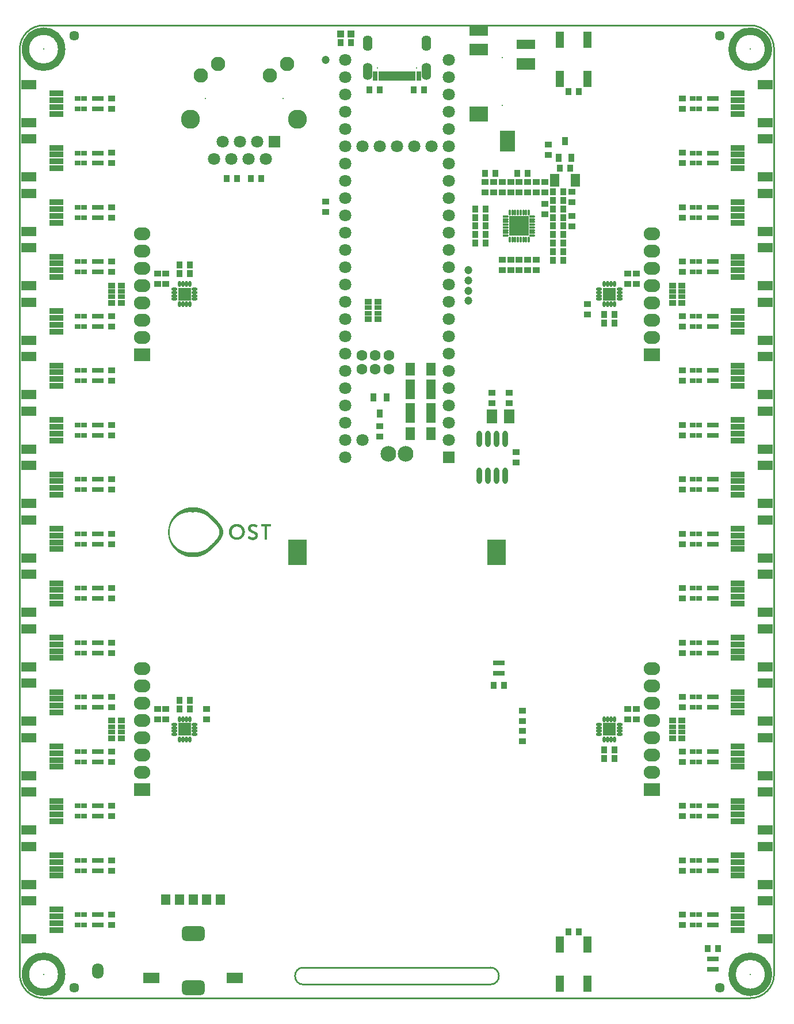
<source format=gts>
G04*
G04 #@! TF.GenerationSoftware,Altium Limited,Altium Designer,22.2.1 (43)*
G04*
G04 Layer_Color=8388736*
%FSLAX44Y44*%
%MOMM*%
G71*
G04*
G04 #@! TF.SameCoordinates,68AC13A2-7F19-4EE1-B238-ED355C610A29*
G04*
G04*
G04 #@! TF.FilePolarity,Negative*
G04*
G01*
G75*
%ADD10C,0.2540*%
%ADD55C,1.1020*%
%ADD56R,1.0922X0.8382*%
%ADD57R,0.9032X0.8032*%
%ADD58O,0.9532X0.4532*%
%ADD59R,0.9032X1.2032*%
%ADD60R,2.8032X3.8032*%
%ADD61R,1.0032X0.8532*%
%ADD62R,1.0032X0.7032*%
%ADD63R,0.8382X1.0922*%
%ADD64R,1.8532X1.8532*%
%ADD65O,0.4532X0.9532*%
%ADD66R,2.0032X0.9032*%
%ADD67R,2.2032X1.4032*%
%ADD68R,1.2032X2.4032*%
%ADD69R,1.3462X1.9812*%
%ADD70R,1.3462X2.9972*%
%ADD71R,0.8032X1.4532*%
%ADD72R,0.5032X1.4532*%
%ADD73R,1.4032X1.6032*%
%ADD74R,2.4032X1.6032*%
%ADD75R,1.0032X1.0032*%
%ADD76O,0.8032X2.4032*%
%ADD77R,1.5032X2.0032*%
%ADD78R,3.0032X3.0032*%
%ADD79O,0.4032X0.8532*%
%ADD80O,0.8532X0.4032*%
%ADD81R,2.7032X1.7032*%
%ADD82R,2.7032X1.4032*%
%ADD83R,2.7032X2.2032*%
%ADD84R,2.2032X3.1032*%
%ADD85C,2.3032*%
%ADD86C,1.6032*%
%ADD87C,1.8032*%
%ADD88R,1.8032X1.8032*%
%ADD89C,1.2032*%
%ADD90O,2.4032X1.9032*%
%ADD91R,2.4032X1.9032*%
%ADD92C,1.4480*%
%ADD93C,0.2032*%
%ADD94O,1.4032X2.3032*%
%ADD95O,1.4032X2.5032*%
%ADD96O,1.7032X2.3032*%
%ADD97C,2.8032*%
%ADD98C,2.1032*%
G04:AMPARAMS|DCode=99|XSize=2.2032mm|YSize=3.4032mm|CornerRadius=0.6016mm|HoleSize=0mm|Usage=FLASHONLY|Rotation=270.000|XOffset=0mm|YOffset=0mm|HoleType=Round|Shape=RoundedRectangle|*
%AMROUNDEDRECTD99*
21,1,2.2032,2.2000,0,0,270.0*
21,1,1.0000,3.4032,0,0,270.0*
1,1,1.2032,-1.1000,-0.5000*
1,1,1.2032,-1.1000,0.5000*
1,1,1.2032,1.1000,0.5000*
1,1,1.2032,1.1000,-0.5000*
%
%ADD99ROUNDEDRECTD99*%
G36*
X-298069Y6548D02*
X-296697D01*
Y6456D01*
X-295782D01*
Y6365D01*
X-295050D01*
Y6273D01*
X-294409D01*
Y6182D01*
X-293860D01*
Y6090D01*
X-293311D01*
Y5999D01*
X-292854D01*
Y5907D01*
X-292396D01*
Y5816D01*
X-291939D01*
Y5724D01*
X-291572D01*
Y5633D01*
X-291115D01*
Y5541D01*
X-290749D01*
Y5450D01*
X-290383D01*
Y5358D01*
X-290109D01*
Y5267D01*
X-289743D01*
Y5175D01*
X-289468D01*
Y5084D01*
X-289102D01*
Y4992D01*
X-288828D01*
Y4901D01*
X-288553D01*
Y4809D01*
X-288279D01*
Y4718D01*
X-288004D01*
Y4626D01*
X-287729D01*
Y4535D01*
X-287455D01*
Y4443D01*
X-287272D01*
Y4352D01*
X-286998D01*
Y4260D01*
X-286723D01*
Y4169D01*
X-286540D01*
Y4077D01*
X-286266D01*
Y3986D01*
X-286082D01*
Y3894D01*
X-285808D01*
Y3803D01*
X-285625D01*
Y3711D01*
X-285350D01*
Y3620D01*
X-285168D01*
Y3528D01*
X-284984D01*
Y3437D01*
X-284802D01*
Y3345D01*
X-284527D01*
Y3254D01*
X-284344D01*
Y3162D01*
X-284161D01*
Y3071D01*
X-283978D01*
Y2979D01*
X-283795D01*
Y2888D01*
X-283612D01*
Y2796D01*
X-283429D01*
Y2705D01*
X-283246D01*
Y2613D01*
X-283063D01*
Y2522D01*
X-282880D01*
Y2430D01*
X-282697D01*
Y2339D01*
X-282514D01*
Y2247D01*
X-282331D01*
Y2156D01*
X-282239D01*
Y2064D01*
X-282057D01*
Y1972D01*
X-281873D01*
Y1881D01*
X-281691D01*
Y1790D01*
X-281599D01*
Y1698D01*
X-281416D01*
Y1607D01*
X-281233D01*
Y1515D01*
X-281050D01*
Y1424D01*
X-280958D01*
Y1332D01*
X-280776D01*
Y1241D01*
X-280592D01*
Y1149D01*
X-280501D01*
Y1058D01*
X-280318D01*
Y966D01*
X-280226D01*
Y874D01*
X-280043D01*
Y783D01*
X-279952D01*
Y692D01*
X-279769D01*
Y600D01*
X-279677D01*
Y509D01*
X-279494D01*
Y417D01*
X-279403D01*
Y326D01*
X-279220D01*
Y234D01*
X-279128D01*
Y143D01*
X-278946D01*
Y51D01*
X-278854D01*
Y-40D01*
X-278671D01*
Y-132D01*
X-278579D01*
Y-223D01*
X-278396D01*
Y-315D01*
X-278305D01*
Y-406D01*
X-278213D01*
Y-498D01*
X-278030D01*
Y-589D01*
X-277939D01*
Y-681D01*
X-277847D01*
Y-772D01*
X-277664D01*
Y-864D01*
X-277573D01*
Y-955D01*
X-277481D01*
Y-1047D01*
X-277298D01*
Y-1138D01*
X-277207D01*
Y-1230D01*
X-277115D01*
Y-1321D01*
X-277024D01*
Y-1413D01*
X-276841D01*
Y-1505D01*
X-276749D01*
Y-1596D01*
X-276658D01*
Y-1687D01*
X-276566D01*
Y-1779D01*
X-276475D01*
Y-1870D01*
X-276292D01*
Y-1962D01*
X-276200D01*
Y-2053D01*
X-276109D01*
Y-2145D01*
X-276017D01*
Y-2236D01*
X-275926D01*
Y-2328D01*
X-275834D01*
Y-2420D01*
X-275651D01*
Y-2511D01*
X-275560D01*
Y-2603D01*
X-275468D01*
Y-2694D01*
X-275377D01*
Y-2785D01*
X-275285D01*
Y-2877D01*
X-275194D01*
Y-2968D01*
X-275102D01*
Y-3060D01*
X-275011D01*
Y-3151D01*
X-274919D01*
Y-3243D01*
X-274736D01*
Y-3334D01*
X-274645D01*
Y-3426D01*
X-274553D01*
Y-3517D01*
X-274462D01*
Y-3609D01*
X-274370D01*
Y-3701D01*
X-274279D01*
Y-3792D01*
X-274187D01*
Y-3884D01*
X-274096D01*
Y-3975D01*
X-274004D01*
Y-4067D01*
X-273913D01*
Y-4158D01*
X-273821D01*
Y-4250D01*
X-273730D01*
Y-4341D01*
X-273638D01*
Y-4433D01*
X-273547D01*
Y-4524D01*
X-273455D01*
Y-4615D01*
X-273364D01*
Y-4707D01*
X-273272D01*
Y-4798D01*
X-273181D01*
Y-4890D01*
X-273089D01*
Y-4981D01*
X-272998D01*
Y-5073D01*
X-272906D01*
Y-5164D01*
X-272815D01*
Y-5256D01*
X-272723D01*
Y-5347D01*
X-272632D01*
Y-5439D01*
X-272540D01*
Y-5530D01*
X-272449D01*
Y-5622D01*
X-272357D01*
Y-5713D01*
X-272266D01*
Y-5805D01*
X-272174D01*
Y-5896D01*
X-272083D01*
Y-5988D01*
X-271991D01*
Y-6079D01*
X-271900D01*
Y-6171D01*
X-271808D01*
Y-6263D01*
X-271717D01*
Y-6354D01*
X-271625D01*
Y-6446D01*
X-271534D01*
Y-6537D01*
X-271351D01*
Y-6629D01*
X-271259D01*
Y-6720D01*
X-271168D01*
Y-6812D01*
X-271076D01*
Y-6903D01*
X-270985D01*
Y-6995D01*
X-270893D01*
Y-7086D01*
X-270802D01*
Y-7178D01*
X-270710D01*
Y-7269D01*
X-270619D01*
Y-7361D01*
X-270527D01*
Y-7452D01*
X-270436D01*
Y-7544D01*
X-270344D01*
Y-7635D01*
X-270253D01*
Y-7727D01*
X-270161D01*
Y-7818D01*
X-270070D01*
Y-7910D01*
X-269978D01*
Y-8001D01*
X-269887D01*
Y-8092D01*
X-269795D01*
Y-8184D01*
X-269704D01*
Y-8275D01*
X-269612D01*
Y-8367D01*
X-269521D01*
Y-8458D01*
X-269338D01*
Y-8550D01*
X-269246D01*
Y-8641D01*
X-269155D01*
Y-8733D01*
X-269063D01*
Y-8824D01*
X-268972D01*
Y-8916D01*
X-268880D01*
Y-9008D01*
X-268789D01*
Y-9099D01*
X-268697D01*
Y-9190D01*
X-268606D01*
Y-9282D01*
X-268514D01*
Y-9373D01*
X-268423D01*
Y-9465D01*
X-268331D01*
Y-9556D01*
X-268240D01*
Y-9648D01*
X-268148D01*
Y-9740D01*
X-268057D01*
Y-9831D01*
X-267965D01*
Y-9923D01*
X-267874D01*
Y-10014D01*
X-267782D01*
Y-10106D01*
X-267691D01*
Y-10197D01*
X-267599D01*
Y-10289D01*
X-267508D01*
Y-10380D01*
X-267416D01*
Y-10472D01*
X-267325D01*
Y-10563D01*
X-267233D01*
Y-10655D01*
X-267142D01*
Y-10746D01*
X-267050D01*
Y-10838D01*
X-266959D01*
Y-10929D01*
X-266867D01*
Y-11021D01*
X-266776D01*
Y-11112D01*
X-266684D01*
Y-11204D01*
X-266593D01*
Y-11295D01*
X-266501D01*
Y-11387D01*
X-266410D01*
Y-11478D01*
X-266318D01*
Y-11570D01*
X-266227D01*
Y-11661D01*
X-266135D01*
Y-11753D01*
X-266044D01*
Y-11844D01*
X-265952D01*
Y-11936D01*
X-265861D01*
Y-12027D01*
X-265769D01*
Y-12119D01*
X-265678D01*
Y-12210D01*
X-265586D01*
Y-12302D01*
X-265495D01*
Y-12393D01*
X-265403D01*
Y-12485D01*
X-265312D01*
Y-12576D01*
X-265220D01*
Y-12668D01*
X-265129D01*
Y-12759D01*
X-265037D01*
Y-12851D01*
X-264946D01*
Y-12942D01*
X-264854D01*
Y-13034D01*
X-264763D01*
Y-13125D01*
X-264671D01*
Y-13217D01*
X-264580D01*
Y-13308D01*
X-264488D01*
Y-13400D01*
X-264397D01*
Y-13491D01*
X-264305D01*
Y-13583D01*
Y-13674D01*
X-264214D01*
Y-13766D01*
X-264122D01*
Y-13857D01*
X-264031D01*
Y-13949D01*
X-263939D01*
Y-14040D01*
X-263848D01*
Y-14132D01*
X-263756D01*
Y-14223D01*
X-263665D01*
Y-14315D01*
X-263573D01*
Y-14406D01*
X-263482D01*
Y-14498D01*
X-263390D01*
Y-14589D01*
X-263299D01*
Y-14681D01*
Y-14772D01*
X-263207D01*
Y-14864D01*
X-263116D01*
Y-14955D01*
X-263024D01*
Y-15047D01*
X-262933D01*
Y-15138D01*
X-262841D01*
Y-15230D01*
X-262750D01*
Y-15321D01*
X-262658D01*
Y-15413D01*
Y-15504D01*
X-262567D01*
Y-15596D01*
X-262475D01*
Y-15687D01*
X-262384D01*
Y-15779D01*
X-262292D01*
Y-15870D01*
X-262201D01*
Y-15962D01*
X-262109D01*
Y-16053D01*
Y-16145D01*
X-262018D01*
Y-16236D01*
X-261926D01*
Y-16328D01*
X-261835D01*
Y-16419D01*
X-261743D01*
Y-16511D01*
X-261652D01*
Y-16602D01*
Y-16694D01*
X-261560D01*
Y-16785D01*
X-261469D01*
Y-16877D01*
X-261377D01*
Y-16968D01*
X-261286D01*
Y-17060D01*
Y-17151D01*
X-261194D01*
Y-17243D01*
X-261103D01*
Y-17334D01*
X-261011D01*
Y-17426D01*
X-260920D01*
Y-17517D01*
Y-17609D01*
X-260828D01*
Y-17700D01*
X-260737D01*
Y-17792D01*
X-260645D01*
Y-17883D01*
Y-17975D01*
X-260554D01*
Y-18066D01*
X-260462D01*
Y-18158D01*
X-260371D01*
Y-18249D01*
Y-18341D01*
X-260279D01*
Y-18432D01*
X-260188D01*
Y-18524D01*
X-260096D01*
Y-18615D01*
Y-18707D01*
X-260005D01*
Y-18798D01*
X-259913D01*
Y-18890D01*
Y-18981D01*
X-259822D01*
Y-19073D01*
X-259730D01*
Y-19164D01*
X-259639D01*
Y-19256D01*
Y-19347D01*
X-259547D01*
Y-19439D01*
X-259456D01*
Y-19530D01*
Y-19622D01*
X-259364D01*
Y-19713D01*
X-259273D01*
Y-19805D01*
Y-19896D01*
X-259181D01*
Y-19988D01*
X-259090D01*
Y-20079D01*
Y-20171D01*
X-258998D01*
Y-20262D01*
X-258907D01*
Y-20354D01*
Y-20445D01*
X-258815D01*
Y-20537D01*
Y-20628D01*
X-258724D01*
Y-20720D01*
X-258632D01*
Y-20811D01*
Y-20903D01*
X-258541D01*
Y-20994D01*
Y-21086D01*
X-258449D01*
Y-21177D01*
X-258358D01*
Y-21269D01*
Y-21360D01*
X-258266D01*
Y-21452D01*
Y-21543D01*
X-258175D01*
Y-21635D01*
Y-21726D01*
X-258083D01*
Y-21818D01*
X-257992D01*
Y-21909D01*
Y-22001D01*
X-257900D01*
Y-22092D01*
Y-22184D01*
X-257809D01*
Y-22275D01*
Y-22367D01*
X-257717D01*
Y-22458D01*
Y-22550D01*
X-257626D01*
Y-22641D01*
Y-22733D01*
X-257534D01*
Y-22824D01*
Y-22916D01*
X-257443D01*
Y-23007D01*
Y-23099D01*
X-257351D01*
Y-23190D01*
Y-23282D01*
X-257260D01*
Y-23373D01*
Y-23465D01*
X-257168D01*
Y-23556D01*
Y-23648D01*
X-257077D01*
Y-23739D01*
Y-23831D01*
Y-23922D01*
X-256985D01*
Y-24014D01*
Y-24105D01*
X-256894D01*
Y-24197D01*
Y-24288D01*
Y-24380D01*
X-256802D01*
Y-24471D01*
Y-24563D01*
X-256711D01*
Y-24654D01*
Y-24746D01*
Y-24837D01*
X-256619D01*
Y-24929D01*
Y-25020D01*
Y-25112D01*
X-256528D01*
Y-25203D01*
Y-25295D01*
X-256436D01*
Y-25386D01*
Y-25478D01*
Y-25569D01*
X-256345D01*
Y-25661D01*
Y-25752D01*
Y-25844D01*
Y-25935D01*
X-256253D01*
Y-26027D01*
Y-26118D01*
Y-26210D01*
X-256162D01*
Y-26301D01*
Y-26393D01*
Y-26484D01*
Y-26576D01*
X-256070D01*
Y-26667D01*
Y-26759D01*
Y-26850D01*
Y-26942D01*
X-255979D01*
Y-27033D01*
Y-27125D01*
Y-27216D01*
Y-27308D01*
Y-27399D01*
X-255887D01*
Y-27491D01*
Y-27582D01*
Y-27674D01*
Y-27765D01*
Y-27857D01*
X-255796D01*
Y-27948D01*
Y-28040D01*
Y-28131D01*
Y-28223D01*
Y-28314D01*
Y-28406D01*
Y-28497D01*
X-255704D01*
Y-28589D01*
Y-28680D01*
Y-28772D01*
Y-28863D01*
Y-28955D01*
Y-29046D01*
Y-29138D01*
Y-29229D01*
Y-29321D01*
Y-29412D01*
Y-29504D01*
Y-29595D01*
Y-29687D01*
Y-29778D01*
Y-29870D01*
Y-29961D01*
Y-30053D01*
Y-30144D01*
Y-30236D01*
Y-30327D01*
Y-30419D01*
Y-30510D01*
Y-30602D01*
Y-30693D01*
Y-30785D01*
Y-30876D01*
Y-30968D01*
Y-31059D01*
Y-31151D01*
Y-31242D01*
Y-31334D01*
Y-31425D01*
Y-31517D01*
Y-31608D01*
Y-31700D01*
Y-31791D01*
X-255796D01*
Y-31883D01*
Y-31974D01*
Y-32066D01*
Y-32157D01*
Y-32249D01*
Y-32340D01*
Y-32432D01*
X-255887D01*
Y-32523D01*
Y-32615D01*
Y-32706D01*
Y-32798D01*
Y-32889D01*
X-255979D01*
Y-32981D01*
Y-33072D01*
Y-33164D01*
Y-33255D01*
Y-33347D01*
X-256070D01*
Y-33438D01*
Y-33530D01*
Y-33621D01*
Y-33713D01*
X-256162D01*
Y-33804D01*
Y-33896D01*
Y-33987D01*
Y-34079D01*
X-256253D01*
Y-34170D01*
Y-34262D01*
Y-34353D01*
X-256345D01*
Y-34445D01*
Y-34536D01*
Y-34628D01*
X-256436D01*
Y-34719D01*
Y-34811D01*
Y-34902D01*
X-256528D01*
Y-34994D01*
Y-35085D01*
Y-35177D01*
X-256619D01*
Y-35268D01*
Y-35360D01*
Y-35451D01*
X-256711D01*
Y-35543D01*
Y-35634D01*
Y-35726D01*
X-256802D01*
Y-35817D01*
Y-35909D01*
X-256894D01*
Y-36000D01*
Y-36092D01*
Y-36183D01*
X-256985D01*
Y-36275D01*
Y-36366D01*
X-257077D01*
Y-36458D01*
Y-36549D01*
X-257168D01*
Y-36641D01*
Y-36732D01*
Y-36824D01*
X-257260D01*
Y-36915D01*
Y-37007D01*
X-257351D01*
Y-37098D01*
Y-37190D01*
X-257443D01*
Y-37281D01*
Y-37373D01*
X-257534D01*
Y-37464D01*
Y-37556D01*
X-257626D01*
Y-37647D01*
Y-37739D01*
X-257717D01*
Y-37830D01*
Y-37922D01*
X-257809D01*
Y-38013D01*
Y-38105D01*
X-257900D01*
Y-38196D01*
Y-38288D01*
X-257992D01*
Y-38379D01*
X-258083D01*
Y-38471D01*
Y-38562D01*
X-258175D01*
Y-38654D01*
Y-38745D01*
X-258266D01*
Y-38837D01*
Y-38928D01*
X-258358D01*
Y-39020D01*
X-258449D01*
Y-39111D01*
Y-39203D01*
X-258541D01*
Y-39295D01*
Y-39386D01*
X-258632D01*
Y-39477D01*
X-258724D01*
Y-39569D01*
Y-39660D01*
X-258815D01*
Y-39752D01*
Y-39843D01*
X-258907D01*
Y-39935D01*
X-258998D01*
Y-40026D01*
Y-40118D01*
X-259090D01*
Y-40209D01*
X-259181D01*
Y-40301D01*
Y-40392D01*
X-259273D01*
Y-40484D01*
X-259364D01*
Y-40575D01*
Y-40667D01*
X-259456D01*
Y-40758D01*
X-259547D01*
Y-40850D01*
Y-40941D01*
X-259639D01*
Y-41033D01*
X-259730D01*
Y-41124D01*
Y-41216D01*
X-259822D01*
Y-41308D01*
X-259913D01*
Y-41399D01*
X-260005D01*
Y-41490D01*
Y-41582D01*
X-260096D01*
Y-41673D01*
X-260188D01*
Y-41765D01*
Y-41856D01*
X-260279D01*
Y-41948D01*
X-260371D01*
Y-42039D01*
X-260462D01*
Y-42131D01*
Y-42222D01*
X-260554D01*
Y-42314D01*
X-260645D01*
Y-42406D01*
X-260737D01*
Y-42497D01*
Y-42589D01*
X-260828D01*
Y-42680D01*
X-260920D01*
Y-42771D01*
X-261011D01*
Y-42863D01*
X-261103D01*
Y-42954D01*
Y-43046D01*
X-261194D01*
Y-43137D01*
X-261286D01*
Y-43229D01*
X-261377D01*
Y-43320D01*
X-261469D01*
Y-43412D01*
Y-43503D01*
X-261560D01*
Y-43595D01*
X-261652D01*
Y-43686D01*
X-261743D01*
Y-43778D01*
X-261835D01*
Y-43870D01*
Y-43961D01*
X-261926D01*
Y-44052D01*
X-262018D01*
Y-44144D01*
X-262109D01*
Y-44235D01*
X-262201D01*
Y-44327D01*
X-262292D01*
Y-44419D01*
X-262384D01*
Y-44510D01*
Y-44601D01*
X-262475D01*
Y-44693D01*
X-262567D01*
Y-44784D01*
X-262658D01*
Y-44876D01*
X-262750D01*
Y-44967D01*
X-262841D01*
Y-45059D01*
X-262933D01*
Y-45150D01*
Y-45242D01*
X-263024D01*
Y-45333D01*
X-263116D01*
Y-45425D01*
X-263207D01*
Y-45516D01*
X-263299D01*
Y-45608D01*
X-263390D01*
Y-45700D01*
X-263482D01*
Y-45791D01*
X-263573D01*
Y-45883D01*
X-263665D01*
Y-45974D01*
X-263756D01*
Y-46066D01*
X-263848D01*
Y-46157D01*
Y-46248D01*
X-263939D01*
Y-46340D01*
X-264031D01*
Y-46431D01*
X-264122D01*
Y-46523D01*
X-264214D01*
Y-46614D01*
X-264305D01*
Y-46706D01*
X-264397D01*
Y-46797D01*
X-264488D01*
Y-46889D01*
X-264580D01*
Y-46981D01*
X-264671D01*
Y-47072D01*
X-264763D01*
Y-47164D01*
X-264854D01*
Y-47255D01*
X-264946D01*
Y-47347D01*
X-265037D01*
Y-47438D01*
X-265129D01*
Y-47530D01*
X-265220D01*
Y-47621D01*
X-265312D01*
Y-47712D01*
X-265403D01*
Y-47804D01*
Y-47895D01*
X-265495D01*
Y-47987D01*
X-265586D01*
Y-48078D01*
X-265678D01*
Y-48170D01*
X-265769D01*
Y-48261D01*
X-265861D01*
Y-48353D01*
X-265952D01*
Y-48444D01*
X-266044D01*
Y-48536D01*
X-266135D01*
Y-48628D01*
X-266227D01*
Y-48719D01*
X-266318D01*
Y-48811D01*
X-266410D01*
Y-48902D01*
X-266501D01*
Y-48994D01*
X-266593D01*
Y-49085D01*
X-266684D01*
Y-49177D01*
X-266776D01*
Y-49268D01*
X-266867D01*
Y-49359D01*
X-266959D01*
Y-49451D01*
X-267050D01*
Y-49542D01*
X-267142D01*
Y-49634D01*
X-267233D01*
Y-49725D01*
X-267325D01*
Y-49817D01*
X-267508D01*
Y-49908D01*
X-267599D01*
Y-50000D01*
X-267691D01*
Y-50092D01*
X-267782D01*
Y-50183D01*
X-267874D01*
Y-50275D01*
X-267965D01*
Y-50366D01*
X-268057D01*
Y-50458D01*
X-268148D01*
Y-50549D01*
X-268240D01*
Y-50641D01*
X-268331D01*
Y-50732D01*
X-268423D01*
Y-50824D01*
X-268514D01*
Y-50915D01*
X-268606D01*
Y-51006D01*
X-268697D01*
Y-51098D01*
X-268789D01*
Y-51189D01*
X-268880D01*
Y-51281D01*
X-268972D01*
Y-51373D01*
X-269063D01*
Y-51464D01*
X-269155D01*
Y-51556D01*
X-269246D01*
Y-51647D01*
X-269338D01*
Y-51739D01*
X-269429D01*
Y-51830D01*
X-269521D01*
Y-51922D01*
X-269612D01*
Y-52013D01*
X-269704D01*
Y-52105D01*
X-269887D01*
Y-52196D01*
X-269978D01*
Y-52288D01*
X-270070D01*
Y-52379D01*
X-270161D01*
Y-52470D01*
X-270253D01*
Y-52562D01*
X-270344D01*
Y-52654D01*
X-270436D01*
Y-52745D01*
X-270527D01*
Y-52836D01*
X-270619D01*
Y-52928D01*
X-270710D01*
Y-53020D01*
X-270802D01*
Y-53111D01*
X-270893D01*
Y-53203D01*
X-270985D01*
Y-53294D01*
X-271076D01*
Y-53386D01*
X-271168D01*
Y-53477D01*
X-271259D01*
Y-53569D01*
X-271351D01*
Y-53660D01*
X-271442D01*
Y-53752D01*
X-271534D01*
Y-53843D01*
X-271717D01*
Y-53935D01*
X-271808D01*
Y-54026D01*
X-271900D01*
Y-54118D01*
X-271991D01*
Y-54209D01*
X-272083D01*
Y-54301D01*
X-272174D01*
Y-54392D01*
X-272266D01*
Y-54484D01*
X-272357D01*
Y-54575D01*
X-272449D01*
Y-54667D01*
X-272540D01*
Y-54758D01*
X-272632D01*
Y-54850D01*
X-272723D01*
Y-54941D01*
X-272815D01*
Y-55033D01*
X-272906D01*
Y-55124D01*
X-272998D01*
Y-55216D01*
X-273089D01*
Y-55307D01*
X-273181D01*
Y-55399D01*
X-273272D01*
Y-55490D01*
X-273364D01*
Y-55582D01*
X-273455D01*
Y-55673D01*
X-273547D01*
Y-55765D01*
X-273638D01*
Y-55856D01*
X-273730D01*
Y-55948D01*
X-273821D01*
Y-56039D01*
X-273913D01*
Y-56131D01*
X-274004D01*
Y-56222D01*
X-274096D01*
Y-56314D01*
X-274187D01*
Y-56405D01*
X-274279D01*
Y-56497D01*
X-274370D01*
Y-56588D01*
X-274462D01*
Y-56680D01*
X-274553D01*
Y-56771D01*
X-274645D01*
Y-56863D01*
X-274736D01*
Y-56954D01*
X-274919D01*
Y-57046D01*
X-275011D01*
Y-57137D01*
X-275102D01*
Y-57229D01*
X-275194D01*
Y-57320D01*
X-275285D01*
Y-57412D01*
X-275377D01*
Y-57503D01*
X-275468D01*
Y-57595D01*
X-275560D01*
Y-57686D01*
X-275651D01*
Y-57778D01*
X-275834D01*
Y-57869D01*
X-275926D01*
Y-57961D01*
X-276017D01*
Y-58052D01*
X-276109D01*
Y-58144D01*
X-276200D01*
Y-58235D01*
X-276292D01*
Y-58327D01*
X-276475D01*
Y-58418D01*
X-276566D01*
Y-58510D01*
X-276658D01*
Y-58601D01*
X-276749D01*
Y-58693D01*
X-276841D01*
Y-58784D01*
X-277024D01*
Y-58876D01*
X-277115D01*
Y-58967D01*
X-277207D01*
Y-59059D01*
X-277390D01*
Y-59150D01*
X-277481D01*
Y-59242D01*
X-277573D01*
Y-59333D01*
X-277664D01*
Y-59425D01*
X-277847D01*
Y-59516D01*
X-277939D01*
Y-59608D01*
X-278030D01*
Y-59699D01*
X-278213D01*
Y-59791D01*
X-278305D01*
Y-59882D01*
X-278488D01*
Y-59974D01*
X-278579D01*
Y-60065D01*
X-278671D01*
Y-60157D01*
X-278854D01*
Y-60248D01*
X-278946D01*
Y-60340D01*
X-279128D01*
Y-60431D01*
X-279220D01*
Y-60523D01*
X-279403D01*
Y-60614D01*
X-279494D01*
Y-60706D01*
X-279677D01*
Y-60797D01*
X-279769D01*
Y-60889D01*
X-279952D01*
Y-60980D01*
X-280043D01*
Y-61072D01*
X-280226D01*
Y-61163D01*
X-280318D01*
Y-61255D01*
X-280501D01*
Y-61346D01*
X-280592D01*
Y-61438D01*
X-280776D01*
Y-61529D01*
X-280958D01*
Y-61621D01*
X-281050D01*
Y-61712D01*
X-281233D01*
Y-61804D01*
X-281416D01*
Y-61895D01*
X-281599D01*
Y-61987D01*
X-281691D01*
Y-62078D01*
X-281873D01*
Y-62170D01*
X-282057D01*
Y-62261D01*
X-282239D01*
Y-62353D01*
X-282331D01*
Y-62444D01*
X-282514D01*
Y-62536D01*
X-282697D01*
Y-62627D01*
X-282880D01*
Y-62719D01*
X-283063D01*
Y-62810D01*
X-283246D01*
Y-62902D01*
X-283429D01*
Y-62993D01*
X-283612D01*
Y-63085D01*
X-283795D01*
Y-63176D01*
X-283978D01*
Y-63268D01*
X-284161D01*
Y-63359D01*
X-284344D01*
Y-63451D01*
X-284527D01*
Y-63542D01*
X-284802D01*
Y-63634D01*
X-284984D01*
Y-63725D01*
X-285168D01*
Y-63817D01*
X-285350D01*
Y-63908D01*
X-285625D01*
Y-64000D01*
X-285808D01*
Y-64091D01*
X-286082D01*
Y-64183D01*
X-286266D01*
Y-64274D01*
X-286540D01*
Y-64366D01*
X-286723D01*
Y-64457D01*
X-286998D01*
Y-64549D01*
X-287272D01*
Y-64640D01*
X-287455D01*
Y-64732D01*
X-287729D01*
Y-64823D01*
X-288004D01*
Y-64915D01*
X-288279D01*
Y-65006D01*
X-288553D01*
Y-65098D01*
X-288828D01*
Y-65189D01*
X-289102D01*
Y-65281D01*
X-289468D01*
Y-65372D01*
X-289743D01*
Y-65464D01*
X-290109D01*
Y-65555D01*
X-290383D01*
Y-65647D01*
X-290749D01*
Y-65738D01*
X-291115D01*
Y-65830D01*
X-291572D01*
Y-65921D01*
X-291939D01*
Y-66013D01*
X-292396D01*
Y-66104D01*
X-292854D01*
Y-66196D01*
X-293311D01*
Y-66287D01*
X-293860D01*
Y-66379D01*
X-294409D01*
Y-66470D01*
X-295050D01*
Y-66562D01*
X-295782D01*
Y-66653D01*
X-296697D01*
Y-66745D01*
X-298069D01*
Y-66836D01*
X-301821D01*
Y-66745D01*
X-303193D01*
Y-66653D01*
X-304108D01*
Y-66562D01*
X-304840D01*
Y-66470D01*
X-305481D01*
Y-66379D01*
X-306030D01*
Y-66287D01*
X-306579D01*
Y-66196D01*
X-307036D01*
Y-66104D01*
X-307494D01*
Y-66013D01*
X-307951D01*
Y-65921D01*
X-308317D01*
Y-65830D01*
X-308775D01*
Y-65738D01*
X-309141D01*
Y-65647D01*
X-309415D01*
Y-65555D01*
X-309781D01*
Y-65464D01*
X-310147D01*
Y-65372D01*
X-310422D01*
Y-65281D01*
X-310696D01*
Y-65189D01*
X-311062D01*
Y-65098D01*
X-311337D01*
Y-65006D01*
X-311611D01*
Y-64915D01*
X-311886D01*
Y-64823D01*
X-312160D01*
Y-64732D01*
X-312435D01*
Y-64640D01*
X-312618D01*
Y-64549D01*
X-312892D01*
Y-64457D01*
X-313167D01*
Y-64366D01*
X-313350D01*
Y-64274D01*
X-313624D01*
Y-64183D01*
X-313807D01*
Y-64091D01*
X-314082D01*
Y-64000D01*
X-314265D01*
Y-63908D01*
X-314448D01*
Y-63817D01*
X-314722D01*
Y-63725D01*
X-314905D01*
Y-63634D01*
X-315088D01*
Y-63542D01*
X-315271D01*
Y-63451D01*
X-315546D01*
Y-63359D01*
X-315729D01*
Y-63268D01*
X-315912D01*
Y-63176D01*
X-316095D01*
Y-63085D01*
X-316278D01*
Y-62993D01*
X-316461D01*
Y-62902D01*
X-316644D01*
Y-62810D01*
X-316827D01*
Y-62719D01*
X-317010D01*
Y-62627D01*
X-317193D01*
Y-62536D01*
X-317376D01*
Y-62444D01*
X-317467D01*
Y-62353D01*
X-317650D01*
Y-62261D01*
X-317833D01*
Y-62170D01*
X-318016D01*
Y-62078D01*
X-318199D01*
Y-61987D01*
X-318291D01*
Y-61895D01*
X-318474D01*
Y-61804D01*
X-318657D01*
Y-61712D01*
X-318840D01*
Y-61621D01*
X-318931D01*
Y-61529D01*
X-319114D01*
Y-61438D01*
X-319206D01*
Y-61346D01*
X-319389D01*
Y-61255D01*
X-319572D01*
Y-61163D01*
X-319663D01*
Y-61072D01*
X-319846D01*
Y-60980D01*
X-319938D01*
Y-60889D01*
X-320121D01*
Y-60797D01*
X-320212D01*
Y-60706D01*
X-320395D01*
Y-60614D01*
X-320487D01*
Y-60523D01*
X-320670D01*
Y-60431D01*
X-320761D01*
Y-60340D01*
X-320944D01*
Y-60248D01*
X-321036D01*
Y-60157D01*
X-321219D01*
Y-60065D01*
X-321311D01*
Y-59974D01*
X-321402D01*
Y-59882D01*
X-321585D01*
Y-59791D01*
X-321676D01*
Y-59699D01*
X-321860D01*
Y-59608D01*
X-321951D01*
Y-59516D01*
X-322042D01*
Y-59425D01*
X-322225D01*
Y-59333D01*
X-322317D01*
Y-59242D01*
X-322408D01*
Y-59150D01*
X-322500D01*
Y-59059D01*
X-322683D01*
Y-58967D01*
X-322774D01*
Y-58876D01*
X-322866D01*
Y-58784D01*
X-322957D01*
Y-58693D01*
X-323140D01*
Y-58601D01*
X-323232D01*
Y-58510D01*
X-323324D01*
Y-58418D01*
X-323415D01*
Y-58327D01*
X-323598D01*
Y-58235D01*
X-323689D01*
Y-58144D01*
X-323781D01*
Y-58052D01*
X-323872D01*
Y-57961D01*
X-323964D01*
Y-57869D01*
X-324055D01*
Y-57778D01*
X-324238D01*
Y-57686D01*
X-324330D01*
Y-57595D01*
X-324422D01*
Y-57503D01*
X-324513D01*
Y-57412D01*
X-324604D01*
Y-57320D01*
X-324696D01*
Y-57229D01*
X-324787D01*
Y-57137D01*
X-324879D01*
Y-57046D01*
X-324971D01*
Y-56954D01*
X-325062D01*
Y-56863D01*
X-325245D01*
Y-56771D01*
X-325336D01*
Y-56680D01*
X-325428D01*
Y-56588D01*
X-325519D01*
Y-56497D01*
X-325611D01*
Y-56405D01*
X-325703D01*
Y-56314D01*
X-325794D01*
Y-56222D01*
X-325886D01*
Y-56131D01*
X-325977D01*
Y-56039D01*
X-326068D01*
Y-55948D01*
X-326160D01*
Y-55856D01*
X-326251D01*
Y-55765D01*
X-326343D01*
Y-55673D01*
X-326435D01*
Y-55582D01*
X-326526D01*
Y-55490D01*
X-326618D01*
Y-55399D01*
X-326709D01*
Y-55307D01*
Y-55216D01*
X-326800D01*
Y-55124D01*
X-326892D01*
Y-55033D01*
X-326983D01*
Y-54941D01*
X-327075D01*
Y-54850D01*
X-327166D01*
Y-54758D01*
X-327258D01*
Y-54667D01*
X-327350D01*
Y-54575D01*
X-327441D01*
Y-54484D01*
X-327533D01*
Y-54392D01*
X-327624D01*
Y-54301D01*
Y-54209D01*
X-327715D01*
Y-54118D01*
X-327807D01*
Y-54026D01*
X-327898D01*
Y-53935D01*
X-327990D01*
Y-53843D01*
X-328082D01*
Y-53752D01*
X-328173D01*
Y-53660D01*
Y-53569D01*
X-328265D01*
Y-53477D01*
X-328356D01*
Y-53386D01*
X-328447D01*
Y-53294D01*
X-328539D01*
Y-53203D01*
Y-53111D01*
X-328630D01*
Y-53020D01*
X-328722D01*
Y-52928D01*
X-328814D01*
Y-52836D01*
X-328905D01*
Y-52745D01*
Y-52654D01*
X-328997D01*
Y-52562D01*
X-329088D01*
Y-52470D01*
X-329179D01*
Y-52379D01*
X-329271D01*
Y-52288D01*
Y-52196D01*
X-329362D01*
Y-52105D01*
X-329454D01*
Y-52013D01*
X-329546D01*
Y-51922D01*
Y-51830D01*
X-329637D01*
Y-51739D01*
X-329729D01*
Y-51647D01*
Y-51556D01*
X-329820D01*
Y-51464D01*
X-329911D01*
Y-51373D01*
X-330003D01*
Y-51281D01*
Y-51189D01*
X-330095D01*
Y-51098D01*
X-330186D01*
Y-51006D01*
Y-50915D01*
X-330277D01*
Y-50824D01*
X-330369D01*
Y-50732D01*
Y-50641D01*
X-330461D01*
Y-50549D01*
X-330552D01*
Y-50458D01*
Y-50366D01*
X-330644D01*
Y-50275D01*
X-330735D01*
Y-50183D01*
Y-50092D01*
X-330826D01*
Y-50000D01*
X-330918D01*
Y-49908D01*
Y-49817D01*
X-331009D01*
Y-49725D01*
X-331101D01*
Y-49634D01*
Y-49542D01*
X-331193D01*
Y-49451D01*
Y-49359D01*
X-331284D01*
Y-49268D01*
X-331376D01*
Y-49177D01*
Y-49085D01*
X-331467D01*
Y-48994D01*
X-331558D01*
Y-48902D01*
Y-48811D01*
X-331650D01*
Y-48719D01*
Y-48628D01*
X-331742D01*
Y-48536D01*
Y-48444D01*
X-331833D01*
Y-48353D01*
X-331925D01*
Y-48261D01*
Y-48170D01*
X-332016D01*
Y-48078D01*
Y-47987D01*
X-332108D01*
Y-47895D01*
Y-47804D01*
X-332199D01*
Y-47712D01*
Y-47621D01*
X-332291D01*
Y-47530D01*
X-332382D01*
Y-47438D01*
Y-47347D01*
X-332474D01*
Y-47255D01*
Y-47164D01*
X-332565D01*
Y-47072D01*
Y-46981D01*
X-332657D01*
Y-46889D01*
Y-46797D01*
X-332748D01*
Y-46706D01*
Y-46614D01*
X-332840D01*
Y-46523D01*
Y-46431D01*
X-332931D01*
Y-46340D01*
Y-46248D01*
X-333023D01*
Y-46157D01*
Y-46066D01*
X-333114D01*
Y-45974D01*
Y-45883D01*
X-333206D01*
Y-45791D01*
Y-45700D01*
X-333297D01*
Y-45608D01*
Y-45516D01*
Y-45425D01*
X-333389D01*
Y-45333D01*
Y-45242D01*
X-333480D01*
Y-45150D01*
Y-45059D01*
X-333572D01*
Y-44967D01*
Y-44876D01*
X-333663D01*
Y-44784D01*
Y-44693D01*
Y-44601D01*
X-333755D01*
Y-44510D01*
Y-44419D01*
X-333846D01*
Y-44327D01*
Y-44235D01*
X-333938D01*
Y-44144D01*
Y-44052D01*
Y-43961D01*
X-334029D01*
Y-43870D01*
Y-43778D01*
X-334121D01*
Y-43686D01*
Y-43595D01*
Y-43503D01*
X-334212D01*
Y-43412D01*
Y-43320D01*
X-334304D01*
Y-43229D01*
Y-43137D01*
Y-43046D01*
X-334395D01*
Y-42954D01*
Y-42863D01*
Y-42771D01*
X-334487D01*
Y-42680D01*
Y-42589D01*
X-334578D01*
Y-42497D01*
Y-42406D01*
Y-42314D01*
X-334670D01*
Y-42222D01*
Y-42131D01*
Y-42039D01*
X-334761D01*
Y-41948D01*
Y-41856D01*
Y-41765D01*
X-334853D01*
Y-41673D01*
Y-41582D01*
Y-41490D01*
X-334944D01*
Y-41399D01*
Y-41308D01*
Y-41216D01*
X-335036D01*
Y-41124D01*
Y-41033D01*
Y-40941D01*
Y-40850D01*
X-335127D01*
Y-40758D01*
Y-40667D01*
Y-40575D01*
X-335219D01*
Y-40484D01*
Y-40392D01*
Y-40301D01*
X-335310D01*
Y-40209D01*
Y-40118D01*
Y-40026D01*
Y-39935D01*
X-335402D01*
Y-39843D01*
Y-39752D01*
Y-39660D01*
Y-39569D01*
X-335493D01*
Y-39477D01*
Y-39386D01*
Y-39295D01*
X-335585D01*
Y-39203D01*
Y-39111D01*
Y-39020D01*
Y-38928D01*
X-335676D01*
Y-38837D01*
Y-38745D01*
Y-38654D01*
Y-38562D01*
Y-38471D01*
X-335768D01*
Y-38379D01*
Y-38288D01*
Y-38196D01*
Y-38105D01*
X-335859D01*
Y-38013D01*
Y-37922D01*
Y-37830D01*
Y-37739D01*
Y-37647D01*
X-335951D01*
Y-37556D01*
Y-37464D01*
Y-37373D01*
Y-37281D01*
Y-37190D01*
X-336042D01*
Y-37098D01*
Y-37007D01*
Y-36915D01*
Y-36824D01*
Y-36732D01*
X-336134D01*
Y-36641D01*
Y-36549D01*
Y-36458D01*
Y-36366D01*
Y-36275D01*
Y-36183D01*
X-336225D01*
Y-36092D01*
Y-36000D01*
Y-35909D01*
Y-35817D01*
Y-35726D01*
Y-35634D01*
X-336317D01*
Y-35543D01*
Y-35451D01*
Y-35360D01*
Y-35268D01*
Y-35177D01*
Y-35085D01*
Y-34994D01*
X-336408D01*
Y-34902D01*
Y-34811D01*
Y-34719D01*
Y-34628D01*
Y-34536D01*
Y-34445D01*
Y-34353D01*
Y-34262D01*
X-336500D01*
Y-34170D01*
Y-34079D01*
Y-33987D01*
Y-33896D01*
Y-33804D01*
Y-33713D01*
Y-33621D01*
Y-33530D01*
Y-33438D01*
Y-33347D01*
Y-33255D01*
X-336591D01*
Y-33164D01*
Y-33072D01*
Y-32981D01*
Y-32889D01*
Y-32798D01*
Y-32706D01*
Y-32615D01*
Y-32523D01*
Y-32432D01*
Y-32340D01*
Y-32249D01*
Y-32157D01*
Y-32066D01*
Y-31974D01*
X-336683D01*
Y-31883D01*
Y-31791D01*
Y-31700D01*
Y-31608D01*
Y-31517D01*
Y-31425D01*
Y-31334D01*
Y-31242D01*
Y-31151D01*
Y-31059D01*
Y-30968D01*
Y-30876D01*
Y-30785D01*
Y-30693D01*
Y-30602D01*
Y-30510D01*
Y-30419D01*
Y-30327D01*
Y-30236D01*
Y-30144D01*
Y-30053D01*
Y-29961D01*
Y-29870D01*
Y-29778D01*
Y-29687D01*
Y-29595D01*
Y-29504D01*
Y-29412D01*
Y-29321D01*
Y-29229D01*
Y-29138D01*
Y-29046D01*
Y-28955D01*
Y-28863D01*
Y-28772D01*
Y-28680D01*
Y-28589D01*
Y-28497D01*
Y-28406D01*
Y-28314D01*
Y-28223D01*
X-336591D01*
Y-28131D01*
Y-28040D01*
Y-27948D01*
Y-27857D01*
Y-27765D01*
Y-27674D01*
Y-27582D01*
Y-27491D01*
Y-27399D01*
Y-27308D01*
Y-27216D01*
Y-27125D01*
Y-27033D01*
Y-26942D01*
X-336500D01*
Y-26850D01*
Y-26759D01*
Y-26667D01*
Y-26576D01*
Y-26484D01*
Y-26393D01*
Y-26301D01*
Y-26210D01*
Y-26118D01*
Y-26027D01*
Y-25935D01*
X-336408D01*
Y-25844D01*
Y-25752D01*
Y-25661D01*
Y-25569D01*
Y-25478D01*
Y-25386D01*
Y-25295D01*
Y-25203D01*
X-336317D01*
Y-25112D01*
Y-25020D01*
Y-24929D01*
Y-24837D01*
Y-24746D01*
Y-24654D01*
Y-24563D01*
X-336225D01*
Y-24471D01*
Y-24380D01*
Y-24288D01*
Y-24197D01*
Y-24105D01*
Y-24014D01*
X-336134D01*
Y-23922D01*
Y-23831D01*
Y-23739D01*
Y-23648D01*
Y-23556D01*
Y-23465D01*
X-336042D01*
Y-23373D01*
Y-23282D01*
Y-23190D01*
Y-23099D01*
Y-23007D01*
X-335951D01*
Y-22916D01*
Y-22824D01*
Y-22733D01*
Y-22641D01*
Y-22550D01*
X-335859D01*
Y-22458D01*
Y-22367D01*
Y-22275D01*
Y-22184D01*
Y-22092D01*
X-335768D01*
Y-22001D01*
Y-21909D01*
Y-21818D01*
Y-21726D01*
X-335676D01*
Y-21635D01*
Y-21543D01*
Y-21452D01*
Y-21360D01*
Y-21269D01*
X-335585D01*
Y-21177D01*
Y-21086D01*
Y-20994D01*
Y-20903D01*
X-335493D01*
Y-20811D01*
Y-20720D01*
Y-20628D01*
X-335402D01*
Y-20537D01*
Y-20445D01*
Y-20354D01*
Y-20262D01*
X-335310D01*
Y-20171D01*
Y-20079D01*
Y-19988D01*
Y-19896D01*
X-335219D01*
Y-19805D01*
Y-19713D01*
Y-19622D01*
X-335127D01*
Y-19530D01*
Y-19439D01*
Y-19347D01*
X-335036D01*
Y-19256D01*
Y-19164D01*
Y-19073D01*
Y-18981D01*
X-334944D01*
Y-18890D01*
Y-18798D01*
Y-18707D01*
X-334853D01*
Y-18615D01*
Y-18524D01*
Y-18432D01*
X-334761D01*
Y-18341D01*
Y-18249D01*
Y-18158D01*
X-334670D01*
Y-18066D01*
Y-17975D01*
Y-17883D01*
X-334578D01*
Y-17792D01*
Y-17700D01*
Y-17609D01*
X-334487D01*
Y-17517D01*
Y-17426D01*
X-334395D01*
Y-17334D01*
Y-17243D01*
Y-17151D01*
X-334304D01*
Y-17060D01*
Y-16968D01*
Y-16877D01*
X-334212D01*
Y-16785D01*
Y-16694D01*
X-334121D01*
Y-16602D01*
Y-16511D01*
Y-16419D01*
X-334029D01*
Y-16328D01*
Y-16236D01*
X-333938D01*
Y-16145D01*
Y-16053D01*
Y-15962D01*
X-333846D01*
Y-15870D01*
Y-15779D01*
X-333755D01*
Y-15687D01*
Y-15596D01*
X-333663D01*
Y-15504D01*
Y-15413D01*
Y-15321D01*
X-333572D01*
Y-15230D01*
Y-15138D01*
X-333480D01*
Y-15047D01*
Y-14955D01*
X-333389D01*
Y-14864D01*
Y-14772D01*
X-333297D01*
Y-14681D01*
Y-14589D01*
Y-14498D01*
X-333206D01*
Y-14406D01*
Y-14315D01*
X-333114D01*
Y-14223D01*
Y-14132D01*
X-333023D01*
Y-14040D01*
Y-13949D01*
X-332931D01*
Y-13857D01*
Y-13766D01*
X-332840D01*
Y-13674D01*
Y-13583D01*
X-332748D01*
Y-13491D01*
Y-13400D01*
X-332657D01*
Y-13308D01*
Y-13217D01*
X-332565D01*
Y-13125D01*
Y-13034D01*
X-332474D01*
Y-12942D01*
Y-12851D01*
X-332382D01*
Y-12759D01*
Y-12668D01*
X-332291D01*
Y-12576D01*
X-332199D01*
Y-12485D01*
Y-12393D01*
X-332108D01*
Y-12302D01*
Y-12210D01*
X-332016D01*
Y-12119D01*
Y-12027D01*
X-331925D01*
Y-11936D01*
Y-11844D01*
X-331833D01*
Y-11753D01*
X-331742D01*
Y-11661D01*
Y-11570D01*
X-331650D01*
Y-11478D01*
Y-11387D01*
X-331558D01*
Y-11295D01*
Y-11204D01*
X-331467D01*
Y-11112D01*
X-331376D01*
Y-11021D01*
Y-10929D01*
X-331284D01*
Y-10838D01*
X-331193D01*
Y-10746D01*
Y-10655D01*
X-331101D01*
Y-10563D01*
Y-10472D01*
X-331009D01*
Y-10380D01*
X-330918D01*
Y-10289D01*
Y-10197D01*
X-330826D01*
Y-10106D01*
X-330735D01*
Y-10014D01*
Y-9923D01*
X-330644D01*
Y-9831D01*
X-330552D01*
Y-9740D01*
Y-9648D01*
X-330461D01*
Y-9556D01*
X-330369D01*
Y-9465D01*
Y-9373D01*
X-330277D01*
Y-9282D01*
X-330186D01*
Y-9190D01*
Y-9099D01*
X-330095D01*
Y-9008D01*
X-330003D01*
Y-8916D01*
Y-8824D01*
X-329911D01*
Y-8733D01*
X-329820D01*
Y-8641D01*
X-329729D01*
Y-8550D01*
Y-8458D01*
X-329637D01*
Y-8367D01*
X-329546D01*
Y-8275D01*
Y-8184D01*
X-329454D01*
Y-8092D01*
X-329362D01*
Y-8001D01*
X-329271D01*
Y-7910D01*
Y-7818D01*
X-329179D01*
Y-7727D01*
X-329088D01*
Y-7635D01*
X-328997D01*
Y-7544D01*
X-328905D01*
Y-7452D01*
Y-7361D01*
X-328814D01*
Y-7269D01*
X-328722D01*
Y-7178D01*
X-328630D01*
Y-7086D01*
X-328539D01*
Y-6995D01*
Y-6903D01*
X-328447D01*
Y-6812D01*
X-328356D01*
Y-6720D01*
X-328265D01*
Y-6629D01*
X-328173D01*
Y-6537D01*
Y-6446D01*
X-328082D01*
Y-6354D01*
X-327990D01*
Y-6263D01*
X-327898D01*
Y-6171D01*
X-327807D01*
Y-6079D01*
X-327715D01*
Y-5988D01*
X-327624D01*
Y-5896D01*
Y-5805D01*
X-327533D01*
Y-5713D01*
X-327441D01*
Y-5622D01*
X-327350D01*
Y-5530D01*
X-327258D01*
Y-5439D01*
X-327166D01*
Y-5347D01*
X-327075D01*
Y-5256D01*
X-326983D01*
Y-5164D01*
X-326892D01*
Y-5073D01*
X-326800D01*
Y-4981D01*
X-326709D01*
Y-4890D01*
Y-4798D01*
X-326618D01*
Y-4707D01*
X-326526D01*
Y-4615D01*
X-326435D01*
Y-4524D01*
X-326343D01*
Y-4433D01*
X-326251D01*
Y-4341D01*
X-326160D01*
Y-4250D01*
X-326068D01*
Y-4158D01*
X-325977D01*
Y-4067D01*
X-325886D01*
Y-3975D01*
X-325794D01*
Y-3884D01*
X-325703D01*
Y-3792D01*
X-325611D01*
Y-3701D01*
X-325519D01*
Y-3609D01*
X-325428D01*
Y-3517D01*
X-325336D01*
Y-3426D01*
X-325245D01*
Y-3334D01*
X-325062D01*
Y-3243D01*
X-324971D01*
Y-3151D01*
X-324879D01*
Y-3060D01*
X-324787D01*
Y-2968D01*
X-324696D01*
Y-2877D01*
X-324604D01*
Y-2785D01*
X-324513D01*
Y-2694D01*
X-324422D01*
Y-2603D01*
X-324330D01*
Y-2511D01*
X-324238D01*
Y-2420D01*
X-324055D01*
Y-2328D01*
X-323964D01*
Y-2236D01*
X-323872D01*
Y-2145D01*
X-323781D01*
Y-2053D01*
X-323689D01*
Y-1962D01*
X-323598D01*
Y-1870D01*
X-323415D01*
Y-1779D01*
X-323324D01*
Y-1687D01*
X-323232D01*
Y-1596D01*
X-323140D01*
Y-1505D01*
X-322957D01*
Y-1413D01*
X-322866D01*
Y-1321D01*
X-322774D01*
Y-1230D01*
X-322683D01*
Y-1138D01*
X-322500D01*
Y-1047D01*
X-322408D01*
Y-955D01*
X-322317D01*
Y-864D01*
X-322225D01*
Y-772D01*
X-322042D01*
Y-681D01*
X-321951D01*
Y-589D01*
X-321860D01*
Y-498D01*
X-321676D01*
Y-406D01*
X-321585D01*
Y-315D01*
X-321402D01*
Y-223D01*
X-321311D01*
Y-132D01*
X-321219D01*
Y-40D01*
X-321036D01*
Y51D01*
X-320944D01*
Y143D01*
X-320761D01*
Y234D01*
X-320670D01*
Y326D01*
X-320487D01*
Y417D01*
X-320395D01*
Y509D01*
X-320212D01*
Y600D01*
X-320121D01*
Y692D01*
X-319938D01*
Y783D01*
X-319846D01*
Y874D01*
X-319663D01*
Y966D01*
X-319572D01*
Y1058D01*
X-319389D01*
Y1149D01*
X-319206D01*
Y1241D01*
X-319114D01*
Y1332D01*
X-318931D01*
Y1424D01*
X-318840D01*
Y1515D01*
X-318657D01*
Y1607D01*
X-318474D01*
Y1698D01*
X-318291D01*
Y1790D01*
X-318199D01*
Y1881D01*
X-318016D01*
Y1972D01*
X-317833D01*
Y2064D01*
X-317650D01*
Y2156D01*
X-317467D01*
Y2247D01*
X-317376D01*
Y2339D01*
X-317193D01*
Y2430D01*
X-317010D01*
Y2522D01*
X-316827D01*
Y2613D01*
X-316644D01*
Y2705D01*
X-316461D01*
Y2796D01*
X-316278D01*
Y2888D01*
X-316095D01*
Y2979D01*
X-315912D01*
Y3071D01*
X-315729D01*
Y3162D01*
X-315546D01*
Y3254D01*
X-315363D01*
Y3345D01*
X-315088D01*
Y3437D01*
X-314905D01*
Y3528D01*
X-314722D01*
Y3620D01*
X-314448D01*
Y3711D01*
X-314265D01*
Y3803D01*
X-314082D01*
Y3894D01*
X-313807D01*
Y3986D01*
X-313624D01*
Y4077D01*
X-313350D01*
Y4169D01*
X-313167D01*
Y4260D01*
X-312892D01*
Y4352D01*
X-312618D01*
Y4443D01*
X-312435D01*
Y4535D01*
X-312160D01*
Y4626D01*
X-311886D01*
Y4718D01*
X-311611D01*
Y4809D01*
X-311337D01*
Y4901D01*
X-311062D01*
Y4992D01*
X-310788D01*
Y5084D01*
X-310422D01*
Y5175D01*
X-310147D01*
Y5267D01*
X-309781D01*
Y5358D01*
X-309415D01*
Y5450D01*
X-309141D01*
Y5541D01*
X-308775D01*
Y5633D01*
X-308317D01*
Y5724D01*
X-307951D01*
Y5816D01*
X-307494D01*
Y5907D01*
X-307036D01*
Y5999D01*
X-306579D01*
Y6090D01*
X-306030D01*
Y6182D01*
X-305481D01*
Y6273D01*
X-304840D01*
Y6365D01*
X-304108D01*
Y6456D01*
X-303193D01*
Y6548D01*
X-301821D01*
Y6639D01*
X-298069D01*
Y6548D01*
D02*
G37*
G36*
X-233927Y-18158D02*
X-233286D01*
Y-18249D01*
X-232829D01*
Y-18341D01*
X-232371D01*
Y-18432D01*
X-232097D01*
Y-18524D01*
X-231731D01*
Y-18615D01*
X-231456D01*
Y-18707D01*
X-231273D01*
Y-18798D01*
X-230999D01*
Y-18890D01*
X-230816D01*
Y-18981D01*
X-230541D01*
Y-19073D01*
X-230358D01*
Y-19164D01*
X-230175D01*
Y-19256D01*
X-229992D01*
Y-19347D01*
X-229809D01*
Y-19439D01*
X-229626D01*
Y-19530D01*
X-229443D01*
Y-19622D01*
X-229352D01*
Y-19713D01*
X-229169D01*
Y-19805D01*
X-229077D01*
Y-19896D01*
X-228894D01*
Y-19988D01*
X-228803D01*
Y-20079D01*
X-228620D01*
Y-20171D01*
X-228528D01*
Y-20262D01*
X-228345D01*
Y-20354D01*
X-228254D01*
Y-20445D01*
X-228162D01*
Y-20537D01*
X-227979D01*
Y-20628D01*
X-227888D01*
Y-20720D01*
X-227796D01*
Y-20811D01*
X-227705D01*
Y-20903D01*
X-227613D01*
Y-20994D01*
X-227522D01*
Y-21086D01*
X-227430D01*
Y-21177D01*
X-227339D01*
Y-21269D01*
X-227156D01*
Y-21360D01*
X-227064D01*
Y-21452D01*
X-226973D01*
Y-21543D01*
Y-21635D01*
X-226881D01*
Y-21726D01*
X-226790D01*
Y-21818D01*
X-226698D01*
Y-21909D01*
X-226607D01*
Y-22001D01*
X-226515D01*
Y-22092D01*
X-226424D01*
Y-22184D01*
X-226332D01*
Y-22275D01*
Y-22367D01*
X-226241D01*
Y-22458D01*
X-226149D01*
Y-22550D01*
X-226058D01*
Y-22641D01*
X-225966D01*
Y-22733D01*
Y-22824D01*
X-225875D01*
Y-22916D01*
X-225783D01*
Y-23007D01*
Y-23099D01*
X-225692D01*
Y-23190D01*
X-225600D01*
Y-23282D01*
Y-23373D01*
X-225509D01*
Y-23465D01*
X-225417D01*
Y-23556D01*
Y-23648D01*
X-225326D01*
Y-23739D01*
Y-23831D01*
X-225234D01*
Y-23922D01*
Y-24014D01*
X-225143D01*
Y-24105D01*
X-225051D01*
Y-24197D01*
Y-24288D01*
X-224960D01*
Y-24380D01*
Y-24471D01*
X-224868D01*
Y-24563D01*
Y-24654D01*
X-224777D01*
Y-24746D01*
Y-24837D01*
Y-24929D01*
X-224685D01*
Y-25020D01*
Y-25112D01*
X-224594D01*
Y-25203D01*
Y-25295D01*
Y-25386D01*
X-224502D01*
Y-25478D01*
Y-25569D01*
X-224411D01*
Y-25661D01*
Y-25752D01*
Y-25844D01*
X-224319D01*
Y-25935D01*
Y-26027D01*
Y-26118D01*
X-224228D01*
Y-26210D01*
Y-26301D01*
Y-26393D01*
Y-26484D01*
X-224136D01*
Y-26576D01*
Y-26667D01*
Y-26759D01*
Y-26850D01*
X-224045D01*
Y-26942D01*
Y-27033D01*
Y-27125D01*
Y-27216D01*
X-223953D01*
Y-27308D01*
Y-27399D01*
Y-27491D01*
Y-27582D01*
Y-27674D01*
Y-27765D01*
X-223862D01*
Y-27857D01*
Y-27948D01*
Y-28040D01*
Y-28131D01*
Y-28223D01*
Y-28314D01*
Y-28406D01*
Y-28497D01*
X-223770D01*
Y-28589D01*
Y-28680D01*
Y-28772D01*
Y-28863D01*
Y-28955D01*
Y-29046D01*
Y-29138D01*
Y-29229D01*
Y-29321D01*
Y-29412D01*
Y-29504D01*
Y-29595D01*
Y-29687D01*
Y-29778D01*
Y-29870D01*
Y-29961D01*
Y-30053D01*
Y-30144D01*
Y-30236D01*
Y-30327D01*
Y-30419D01*
Y-30510D01*
Y-30602D01*
Y-30693D01*
X-223862D01*
Y-30785D01*
Y-30876D01*
Y-30968D01*
Y-31059D01*
Y-31151D01*
Y-31242D01*
Y-31334D01*
Y-31425D01*
X-223953D01*
Y-31517D01*
Y-31608D01*
Y-31700D01*
Y-31791D01*
Y-31883D01*
Y-31974D01*
X-224045D01*
Y-32066D01*
Y-32157D01*
Y-32249D01*
Y-32340D01*
X-224136D01*
Y-32432D01*
Y-32523D01*
Y-32615D01*
Y-32706D01*
X-224228D01*
Y-32798D01*
Y-32889D01*
Y-32981D01*
Y-33072D01*
X-224319D01*
Y-33164D01*
Y-33255D01*
Y-33347D01*
X-224411D01*
Y-33438D01*
Y-33530D01*
Y-33621D01*
X-224502D01*
Y-33713D01*
Y-33804D01*
X-224594D01*
Y-33896D01*
Y-33987D01*
Y-34079D01*
X-224685D01*
Y-34170D01*
Y-34262D01*
X-224777D01*
Y-34353D01*
Y-34445D01*
Y-34536D01*
X-224868D01*
Y-34628D01*
Y-34719D01*
X-224960D01*
Y-34811D01*
Y-34902D01*
X-225051D01*
Y-34994D01*
Y-35085D01*
X-225143D01*
Y-35177D01*
Y-35268D01*
X-225234D01*
Y-35360D01*
X-225326D01*
Y-35451D01*
Y-35543D01*
X-225417D01*
Y-35634D01*
Y-35726D01*
X-225509D01*
Y-35817D01*
X-225600D01*
Y-35909D01*
Y-36000D01*
X-225692D01*
Y-36092D01*
Y-36183D01*
X-225783D01*
Y-36275D01*
X-225875D01*
Y-36366D01*
X-225966D01*
Y-36458D01*
Y-36549D01*
X-226058D01*
Y-36641D01*
X-226149D01*
Y-36732D01*
Y-36824D01*
X-226241D01*
Y-36915D01*
X-226332D01*
Y-37007D01*
X-226424D01*
Y-37098D01*
X-226515D01*
Y-37190D01*
X-226607D01*
Y-37281D01*
Y-37373D01*
X-226698D01*
Y-37464D01*
X-226790D01*
Y-37556D01*
X-226881D01*
Y-37647D01*
X-226973D01*
Y-37739D01*
X-227064D01*
Y-37830D01*
X-227156D01*
Y-37922D01*
X-227247D01*
Y-38013D01*
X-227339D01*
Y-38105D01*
X-227430D01*
Y-38196D01*
X-227522D01*
Y-38288D01*
X-227613D01*
Y-38379D01*
X-227705D01*
Y-38471D01*
X-227796D01*
Y-38562D01*
X-227979D01*
Y-38654D01*
X-228071D01*
Y-38745D01*
X-228162D01*
Y-38837D01*
X-228254D01*
Y-38928D01*
X-228437D01*
Y-39020D01*
X-228528D01*
Y-39111D01*
X-228620D01*
Y-39203D01*
X-228803D01*
Y-39295D01*
X-228894D01*
Y-39386D01*
X-229077D01*
Y-39477D01*
X-229169D01*
Y-39569D01*
X-229352D01*
Y-39660D01*
X-229535D01*
Y-39752D01*
X-229626D01*
Y-39843D01*
X-229809D01*
Y-39935D01*
X-229992D01*
Y-40026D01*
X-230175D01*
Y-40118D01*
X-230358D01*
Y-40209D01*
X-230541D01*
Y-40301D01*
X-230724D01*
Y-40392D01*
X-230999D01*
Y-40484D01*
X-231182D01*
Y-40575D01*
X-231456D01*
Y-40667D01*
X-231731D01*
Y-40758D01*
X-232005D01*
Y-40850D01*
X-232280D01*
Y-40941D01*
X-232646D01*
Y-41033D01*
X-233103D01*
Y-41124D01*
X-233561D01*
Y-41216D01*
X-234293D01*
Y-41308D01*
X-236763D01*
Y-41216D01*
X-237404D01*
Y-41124D01*
X-237953D01*
Y-41033D01*
X-238319D01*
Y-40941D01*
X-238685D01*
Y-40850D01*
X-238960D01*
Y-40758D01*
X-239326D01*
Y-40667D01*
X-239508D01*
Y-40575D01*
X-239783D01*
Y-40484D01*
X-240058D01*
Y-40392D01*
X-240240D01*
Y-40301D01*
X-240424D01*
Y-40209D01*
X-240606D01*
Y-40118D01*
X-240790D01*
Y-40026D01*
X-240972D01*
Y-39935D01*
X-241155D01*
Y-39843D01*
X-241339D01*
Y-39752D01*
X-241521D01*
Y-39660D01*
X-241613D01*
Y-39569D01*
X-241796D01*
Y-39477D01*
X-241887D01*
Y-39386D01*
X-242071D01*
Y-39295D01*
X-242162D01*
Y-39203D01*
X-242345D01*
Y-39111D01*
X-242437D01*
Y-39020D01*
X-242619D01*
Y-38928D01*
X-242711D01*
Y-38837D01*
X-242803D01*
Y-38745D01*
X-242894D01*
Y-38654D01*
X-243077D01*
Y-38562D01*
X-243169D01*
Y-38471D01*
X-243260D01*
Y-38379D01*
X-243351D01*
Y-38288D01*
X-243443D01*
Y-38196D01*
X-243535D01*
Y-38105D01*
X-243626D01*
Y-38013D01*
X-243717D01*
Y-37922D01*
X-243809D01*
Y-37830D01*
X-243901D01*
Y-37739D01*
X-243992D01*
Y-37647D01*
X-244083D01*
Y-37556D01*
X-244175D01*
Y-37464D01*
X-244266D01*
Y-37373D01*
X-244358D01*
Y-37281D01*
X-244450D01*
Y-37190D01*
X-244541D01*
Y-37098D01*
X-244632D01*
Y-37007D01*
Y-36915D01*
X-244724D01*
Y-36824D01*
X-244816D01*
Y-36732D01*
X-244907D01*
Y-36641D01*
Y-36549D01*
X-244998D01*
Y-36458D01*
X-245090D01*
Y-36366D01*
X-245182D01*
Y-36275D01*
Y-36183D01*
X-245273D01*
Y-36092D01*
X-245365D01*
Y-36000D01*
Y-35909D01*
X-245456D01*
Y-35817D01*
Y-35726D01*
X-245548D01*
Y-35634D01*
X-245639D01*
Y-35543D01*
Y-35451D01*
X-245731D01*
Y-35360D01*
Y-35268D01*
X-245822D01*
Y-35177D01*
Y-35085D01*
X-245914D01*
Y-34994D01*
Y-34902D01*
X-246005D01*
Y-34811D01*
Y-34719D01*
X-246097D01*
Y-34628D01*
Y-34536D01*
X-246188D01*
Y-34445D01*
Y-34353D01*
X-246280D01*
Y-34262D01*
Y-34170D01*
X-246371D01*
Y-34079D01*
Y-33987D01*
Y-33896D01*
X-246463D01*
Y-33804D01*
Y-33713D01*
X-246554D01*
Y-33621D01*
Y-33530D01*
Y-33438D01*
X-246646D01*
Y-33347D01*
Y-33255D01*
Y-33164D01*
X-246737D01*
Y-33072D01*
Y-32981D01*
Y-32889D01*
Y-32798D01*
X-246828D01*
Y-32706D01*
Y-32615D01*
Y-32523D01*
X-246920D01*
Y-32432D01*
Y-32340D01*
Y-32249D01*
Y-32157D01*
Y-32066D01*
X-247012D01*
Y-31974D01*
Y-31883D01*
Y-31791D01*
Y-31700D01*
Y-31608D01*
X-247103D01*
Y-31517D01*
Y-31425D01*
Y-31334D01*
Y-31242D01*
Y-31151D01*
Y-31059D01*
Y-30968D01*
X-247195D01*
Y-30876D01*
Y-30785D01*
Y-30693D01*
Y-30602D01*
Y-30510D01*
Y-30419D01*
Y-30327D01*
Y-30236D01*
Y-30144D01*
Y-30053D01*
Y-29961D01*
Y-29870D01*
Y-29778D01*
Y-29687D01*
Y-29595D01*
Y-29504D01*
Y-29412D01*
Y-29321D01*
Y-29229D01*
Y-29138D01*
Y-29046D01*
Y-28955D01*
Y-28863D01*
Y-28772D01*
Y-28680D01*
Y-28589D01*
Y-28497D01*
Y-28406D01*
Y-28314D01*
Y-28223D01*
X-247103D01*
Y-28131D01*
Y-28040D01*
Y-27948D01*
Y-27857D01*
Y-27765D01*
Y-27674D01*
Y-27582D01*
X-247012D01*
Y-27491D01*
Y-27399D01*
Y-27308D01*
Y-27216D01*
Y-27125D01*
Y-27033D01*
X-246920D01*
Y-26942D01*
Y-26850D01*
Y-26759D01*
Y-26667D01*
X-246828D01*
Y-26576D01*
Y-26484D01*
Y-26393D01*
Y-26301D01*
X-246737D01*
Y-26210D01*
Y-26118D01*
Y-26027D01*
X-246646D01*
Y-25935D01*
Y-25844D01*
Y-25752D01*
X-246554D01*
Y-25661D01*
Y-25569D01*
Y-25478D01*
X-246463D01*
Y-25386D01*
Y-25295D01*
X-246371D01*
Y-25203D01*
Y-25112D01*
Y-25020D01*
X-246280D01*
Y-24929D01*
Y-24837D01*
X-246188D01*
Y-24746D01*
Y-24654D01*
X-246097D01*
Y-24563D01*
Y-24471D01*
X-246005D01*
Y-24380D01*
Y-24288D01*
X-245914D01*
Y-24197D01*
Y-24105D01*
X-245822D01*
Y-24014D01*
Y-23922D01*
X-245731D01*
Y-23831D01*
Y-23739D01*
X-245639D01*
Y-23648D01*
Y-23556D01*
X-245548D01*
Y-23465D01*
X-245456D01*
Y-23373D01*
Y-23282D01*
X-245365D01*
Y-23190D01*
X-245273D01*
Y-23099D01*
Y-23007D01*
X-245182D01*
Y-22916D01*
X-245090D01*
Y-22824D01*
Y-22733D01*
X-244998D01*
Y-22641D01*
X-244907D01*
Y-22550D01*
X-244816D01*
Y-22458D01*
Y-22367D01*
X-244724D01*
Y-22275D01*
X-244632D01*
Y-22184D01*
X-244541D01*
Y-22092D01*
X-244450D01*
Y-22001D01*
X-244358D01*
Y-21909D01*
Y-21818D01*
X-244266D01*
Y-21726D01*
X-244175D01*
Y-21635D01*
X-244083D01*
Y-21543D01*
X-243992D01*
Y-21452D01*
X-243901D01*
Y-21360D01*
X-243809D01*
Y-21269D01*
X-243717D01*
Y-21177D01*
X-243626D01*
Y-21086D01*
X-243535D01*
Y-20994D01*
X-243443D01*
Y-20903D01*
X-243260D01*
Y-20811D01*
X-243169D01*
Y-20720D01*
X-243077D01*
Y-20628D01*
X-242985D01*
Y-20537D01*
X-242894D01*
Y-20445D01*
X-242711D01*
Y-20354D01*
X-242619D01*
Y-20262D01*
X-242528D01*
Y-20171D01*
X-242345D01*
Y-20079D01*
X-242253D01*
Y-19988D01*
X-242071D01*
Y-19896D01*
X-241979D01*
Y-19805D01*
X-241796D01*
Y-19713D01*
X-241705D01*
Y-19622D01*
X-241521D01*
Y-19530D01*
X-241339D01*
Y-19439D01*
X-241155D01*
Y-19347D01*
X-240972D01*
Y-19256D01*
X-240790D01*
Y-19164D01*
X-240606D01*
Y-19073D01*
X-240424D01*
Y-18981D01*
X-240240D01*
Y-18890D01*
X-239966D01*
Y-18798D01*
X-239783D01*
Y-18707D01*
X-239508D01*
Y-18615D01*
X-239234D01*
Y-18524D01*
X-238960D01*
Y-18432D01*
X-238594D01*
Y-18341D01*
X-238228D01*
Y-18249D01*
X-237679D01*
Y-18158D01*
X-237129D01*
Y-18066D01*
X-233927D01*
Y-18158D01*
D02*
G37*
G36*
X-210686D02*
X-209862D01*
Y-18249D01*
X-209313D01*
Y-18341D01*
X-208947D01*
Y-18432D01*
X-208581D01*
Y-18524D01*
X-208307D01*
Y-18615D01*
X-208032D01*
Y-18707D01*
X-207758D01*
Y-18798D01*
X-207575D01*
Y-18890D01*
X-207300D01*
Y-18981D01*
X-207117D01*
Y-19073D01*
X-206934D01*
Y-19164D01*
X-206751D01*
Y-19256D01*
X-206568D01*
Y-19347D01*
X-206385D01*
Y-19439D01*
X-206294D01*
Y-19530D01*
X-206111D01*
Y-19622D01*
X-206019D01*
Y-19713D01*
X-205836D01*
Y-19805D01*
X-205745D01*
Y-19896D01*
X-205562D01*
Y-19988D01*
X-205470D01*
Y-20079D01*
X-205287D01*
Y-20171D01*
X-205196D01*
Y-20262D01*
X-205104D01*
Y-20354D01*
X-205013D01*
Y-20445D01*
Y-20537D01*
Y-20628D01*
X-205104D01*
Y-20720D01*
X-205196D01*
Y-20811D01*
Y-20903D01*
X-205287D01*
Y-20994D01*
Y-21086D01*
X-205379D01*
Y-21177D01*
Y-21269D01*
X-205470D01*
Y-21360D01*
Y-21452D01*
X-205562D01*
Y-21543D01*
Y-21635D01*
X-205653D01*
Y-21726D01*
X-205745D01*
Y-21818D01*
Y-21909D01*
X-205836D01*
Y-22001D01*
Y-22092D01*
X-205928D01*
Y-22184D01*
Y-22275D01*
X-206019D01*
Y-22367D01*
Y-22458D01*
X-206111D01*
Y-22550D01*
Y-22641D01*
X-206202D01*
Y-22733D01*
X-206294D01*
Y-22824D01*
Y-22916D01*
X-206385D01*
Y-23007D01*
Y-23099D01*
X-206477D01*
Y-23190D01*
Y-23282D01*
X-206568D01*
Y-23373D01*
Y-23465D01*
X-206751D01*
Y-23373D01*
X-206934D01*
Y-23282D01*
X-207026D01*
Y-23190D01*
X-207117D01*
Y-23099D01*
X-207300D01*
Y-23007D01*
X-207392D01*
Y-22916D01*
X-207575D01*
Y-22824D01*
X-207666D01*
Y-22733D01*
X-207849D01*
Y-22641D01*
X-208032D01*
Y-22550D01*
X-208215D01*
Y-22458D01*
X-208398D01*
Y-22367D01*
X-208581D01*
Y-22275D01*
X-208764D01*
Y-22184D01*
X-208947D01*
Y-22092D01*
X-209222D01*
Y-22001D01*
X-209496D01*
Y-21909D01*
X-209771D01*
Y-21818D01*
X-210137D01*
Y-21726D01*
X-210594D01*
Y-21635D01*
X-211235D01*
Y-21543D01*
X-212607D01*
Y-21635D01*
X-212973D01*
Y-21726D01*
X-213248D01*
Y-21818D01*
X-213431D01*
Y-21909D01*
X-213614D01*
Y-22001D01*
X-213797D01*
Y-22092D01*
X-213888D01*
Y-22184D01*
X-214071D01*
Y-22275D01*
X-214163D01*
Y-22367D01*
X-214254D01*
Y-22458D01*
X-214346D01*
Y-22550D01*
X-214437D01*
Y-22641D01*
X-214529D01*
Y-22733D01*
X-214620D01*
Y-22824D01*
X-214712D01*
Y-22916D01*
Y-23007D01*
X-214803D01*
Y-23099D01*
X-214895D01*
Y-23190D01*
Y-23282D01*
X-214986D01*
Y-23373D01*
Y-23465D01*
X-215078D01*
Y-23556D01*
Y-23648D01*
X-215169D01*
Y-23739D01*
Y-23831D01*
Y-23922D01*
X-215261D01*
Y-24014D01*
Y-24105D01*
Y-24197D01*
Y-24288D01*
Y-24380D01*
X-215352D01*
Y-24471D01*
Y-24563D01*
Y-24654D01*
Y-24746D01*
X-215261D01*
Y-24837D01*
Y-24929D01*
Y-25020D01*
Y-25112D01*
X-215169D01*
Y-25203D01*
Y-25295D01*
Y-25386D01*
X-215078D01*
Y-25478D01*
Y-25569D01*
X-214986D01*
Y-25661D01*
X-214895D01*
Y-25752D01*
Y-25844D01*
X-214803D01*
Y-25935D01*
X-214712D01*
Y-26027D01*
X-214620D01*
Y-26118D01*
X-214529D01*
Y-26210D01*
X-214437D01*
Y-26301D01*
X-214346D01*
Y-26393D01*
X-214254D01*
Y-26484D01*
X-214163D01*
Y-26576D01*
X-213980D01*
Y-26667D01*
X-213888D01*
Y-26759D01*
X-213705D01*
Y-26850D01*
X-213614D01*
Y-26942D01*
X-213431D01*
Y-27033D01*
X-213248D01*
Y-27125D01*
X-213065D01*
Y-27216D01*
X-212882D01*
Y-27308D01*
X-212699D01*
Y-27399D01*
X-212516D01*
Y-27491D01*
X-212333D01*
Y-27582D01*
X-212150D01*
Y-27674D01*
X-211875D01*
Y-27765D01*
X-211692D01*
Y-27857D01*
X-211509D01*
Y-27948D01*
X-211235D01*
Y-28040D01*
X-211052D01*
Y-28131D01*
X-210869D01*
Y-28223D01*
X-210594D01*
Y-28314D01*
X-210411D01*
Y-28406D01*
X-210137D01*
Y-28497D01*
X-209954D01*
Y-28589D01*
X-209771D01*
Y-28680D01*
X-209496D01*
Y-28772D01*
X-209313D01*
Y-28863D01*
X-209130D01*
Y-28955D01*
X-208947D01*
Y-29046D01*
X-208764D01*
Y-29138D01*
X-208581D01*
Y-29229D01*
X-208398D01*
Y-29321D01*
X-208215D01*
Y-29412D01*
X-208032D01*
Y-29504D01*
X-207849D01*
Y-29595D01*
X-207758D01*
Y-29687D01*
X-207575D01*
Y-29778D01*
X-207392D01*
Y-29870D01*
X-207300D01*
Y-29961D01*
X-207117D01*
Y-30053D01*
X-207026D01*
Y-30144D01*
X-206934D01*
Y-30236D01*
X-206751D01*
Y-30327D01*
X-206660D01*
Y-30419D01*
X-206568D01*
Y-30510D01*
X-206477D01*
Y-30602D01*
X-206385D01*
Y-30693D01*
X-206202D01*
Y-30785D01*
X-206111D01*
Y-30876D01*
X-206019D01*
Y-30968D01*
Y-31059D01*
X-205928D01*
Y-31151D01*
X-205836D01*
Y-31242D01*
X-205745D01*
Y-31334D01*
X-205653D01*
Y-31425D01*
X-205562D01*
Y-31517D01*
Y-31608D01*
X-205470D01*
Y-31700D01*
X-205379D01*
Y-31791D01*
Y-31883D01*
X-205287D01*
Y-31974D01*
Y-32066D01*
X-205196D01*
Y-32157D01*
X-205104D01*
Y-32249D01*
Y-32340D01*
X-205013D01*
Y-32432D01*
Y-32523D01*
Y-32615D01*
X-204921D01*
Y-32706D01*
Y-32798D01*
X-204830D01*
Y-32889D01*
Y-32981D01*
Y-33072D01*
Y-33164D01*
X-204738D01*
Y-33255D01*
Y-33347D01*
Y-33438D01*
Y-33530D01*
X-204647D01*
Y-33621D01*
Y-33713D01*
Y-33804D01*
Y-33896D01*
Y-33987D01*
Y-34079D01*
X-204555D01*
Y-34170D01*
Y-34262D01*
Y-34353D01*
Y-34445D01*
Y-34536D01*
Y-34628D01*
Y-34719D01*
Y-34811D01*
Y-34902D01*
Y-34994D01*
Y-35085D01*
Y-35177D01*
Y-35268D01*
Y-35360D01*
Y-35451D01*
Y-35543D01*
Y-35634D01*
Y-35726D01*
X-204647D01*
Y-35817D01*
Y-35909D01*
Y-36000D01*
Y-36092D01*
Y-36183D01*
Y-36275D01*
Y-36366D01*
X-204738D01*
Y-36458D01*
Y-36549D01*
Y-36641D01*
Y-36732D01*
Y-36824D01*
X-204830D01*
Y-36915D01*
Y-37007D01*
Y-37098D01*
X-204921D01*
Y-37190D01*
Y-37281D01*
Y-37373D01*
X-205013D01*
Y-37464D01*
Y-37556D01*
Y-37647D01*
X-205104D01*
Y-37739D01*
Y-37830D01*
X-205196D01*
Y-37922D01*
Y-38013D01*
X-205287D01*
Y-38105D01*
Y-38196D01*
X-205379D01*
Y-38288D01*
Y-38379D01*
X-205470D01*
Y-38471D01*
X-205562D01*
Y-38562D01*
Y-38654D01*
X-205653D01*
Y-38745D01*
X-205745D01*
Y-38837D01*
Y-38928D01*
X-205836D01*
Y-39020D01*
X-205928D01*
Y-39111D01*
X-206019D01*
Y-39203D01*
X-206111D01*
Y-39295D01*
Y-39386D01*
X-206202D01*
Y-39477D01*
X-206294D01*
Y-39569D01*
X-206385D01*
Y-39660D01*
X-206477D01*
Y-39752D01*
X-206660D01*
Y-39843D01*
X-206751D01*
Y-39935D01*
X-206843D01*
Y-40026D01*
X-206934D01*
Y-40118D01*
X-207117D01*
Y-40209D01*
X-207209D01*
Y-40301D01*
X-207300D01*
Y-40392D01*
X-207483D01*
Y-40484D01*
X-207666D01*
Y-40575D01*
X-207758D01*
Y-40667D01*
X-207941D01*
Y-40758D01*
X-208124D01*
Y-40850D01*
X-208307D01*
Y-40941D01*
X-208581D01*
Y-41033D01*
X-208764D01*
Y-41124D01*
X-209039D01*
Y-41216D01*
X-209313D01*
Y-41308D01*
X-209679D01*
Y-41399D01*
X-210137D01*
Y-41490D01*
X-210686D01*
Y-41582D01*
X-213339D01*
Y-41490D01*
X-213980D01*
Y-41399D01*
X-214437D01*
Y-41308D01*
X-214895D01*
Y-41216D01*
X-215169D01*
Y-41124D01*
X-215535D01*
Y-41033D01*
X-215810D01*
Y-40941D01*
X-215993D01*
Y-40850D01*
X-216267D01*
Y-40758D01*
X-216450D01*
Y-40667D01*
X-216725D01*
Y-40575D01*
X-216908D01*
Y-40484D01*
X-217091D01*
Y-40392D01*
X-217274D01*
Y-40301D01*
X-217457D01*
Y-40209D01*
X-217548D01*
Y-40118D01*
X-217731D01*
Y-40026D01*
X-217914D01*
Y-39935D01*
X-218097D01*
Y-39843D01*
X-218189D01*
Y-39752D01*
X-218372D01*
Y-39660D01*
X-218463D01*
Y-39569D01*
X-218646D01*
Y-39477D01*
X-218738D01*
Y-39386D01*
X-218829D01*
Y-39295D01*
X-219012D01*
Y-39203D01*
X-219104D01*
Y-39111D01*
X-219195D01*
Y-39020D01*
X-219287D01*
Y-38928D01*
X-219378D01*
Y-38837D01*
X-219561D01*
Y-38745D01*
X-219653D01*
Y-38654D01*
X-219744D01*
Y-38562D01*
Y-38471D01*
X-219653D01*
Y-38379D01*
X-219561D01*
Y-38288D01*
Y-38196D01*
X-219470D01*
Y-38105D01*
X-219378D01*
Y-38013D01*
Y-37922D01*
X-219287D01*
Y-37830D01*
X-219195D01*
Y-37739D01*
X-219104D01*
Y-37647D01*
Y-37556D01*
X-219012D01*
Y-37464D01*
X-218921D01*
Y-37373D01*
X-218829D01*
Y-37281D01*
Y-37190D01*
X-218738D01*
Y-37098D01*
X-218646D01*
Y-37007D01*
Y-36915D01*
X-218555D01*
Y-36824D01*
X-218463D01*
Y-36732D01*
X-218372D01*
Y-36641D01*
Y-36549D01*
X-218280D01*
Y-36458D01*
X-218189D01*
Y-36366D01*
Y-36275D01*
X-218097D01*
Y-36183D01*
X-218006D01*
Y-36092D01*
X-217914D01*
Y-36000D01*
Y-35909D01*
X-217823D01*
Y-35817D01*
X-217731D01*
Y-35726D01*
X-217640D01*
Y-35634D01*
X-217548D01*
Y-35726D01*
X-217457D01*
Y-35817D01*
X-217365D01*
Y-35909D01*
X-217274D01*
Y-36000D01*
X-217182D01*
Y-36092D01*
X-216999D01*
Y-36183D01*
X-216908D01*
Y-36275D01*
X-216816D01*
Y-36366D01*
X-216633D01*
Y-36458D01*
X-216542D01*
Y-36549D01*
X-216359D01*
Y-36641D01*
X-216267D01*
Y-36732D01*
X-216084D01*
Y-36824D01*
X-215901D01*
Y-36915D01*
X-215718D01*
Y-37007D01*
X-215535D01*
Y-37098D01*
X-215352D01*
Y-37190D01*
X-215169D01*
Y-37281D01*
X-214986D01*
Y-37373D01*
X-214712D01*
Y-37464D01*
X-214529D01*
Y-37556D01*
X-214163D01*
Y-37647D01*
X-213888D01*
Y-37739D01*
X-213522D01*
Y-37830D01*
X-213065D01*
Y-37922D01*
X-212424D01*
Y-38013D01*
X-211326D01*
Y-37922D01*
X-210869D01*
Y-37830D01*
X-210594D01*
Y-37739D01*
X-210320D01*
Y-37647D01*
X-210137D01*
Y-37556D01*
X-209954D01*
Y-37464D01*
X-209771D01*
Y-37373D01*
X-209679D01*
Y-37281D01*
X-209588D01*
Y-37190D01*
X-209405D01*
Y-37098D01*
X-209313D01*
Y-37007D01*
X-209222D01*
Y-36915D01*
X-209130D01*
Y-36824D01*
X-209039D01*
Y-36732D01*
Y-36641D01*
X-208947D01*
Y-36549D01*
X-208856D01*
Y-36458D01*
X-208764D01*
Y-36366D01*
Y-36275D01*
X-208673D01*
Y-36183D01*
Y-36092D01*
X-208581D01*
Y-36000D01*
Y-35909D01*
Y-35817D01*
X-208490D01*
Y-35726D01*
Y-35634D01*
Y-35543D01*
Y-35451D01*
Y-35360D01*
X-208398D01*
Y-35268D01*
Y-35177D01*
Y-35085D01*
Y-34994D01*
Y-34902D01*
Y-34811D01*
X-208490D01*
Y-34719D01*
Y-34628D01*
Y-34536D01*
Y-34445D01*
X-208581D01*
Y-34353D01*
Y-34262D01*
Y-34170D01*
X-208673D01*
Y-34079D01*
Y-33987D01*
X-208764D01*
Y-33896D01*
Y-33804D01*
X-208856D01*
Y-33713D01*
X-208947D01*
Y-33621D01*
X-209039D01*
Y-33530D01*
Y-33438D01*
X-209130D01*
Y-33347D01*
X-209222D01*
Y-33255D01*
X-209313D01*
Y-33164D01*
X-209496D01*
Y-33072D01*
X-209588D01*
Y-32981D01*
X-209679D01*
Y-32889D01*
X-209771D01*
Y-32798D01*
X-209954D01*
Y-32706D01*
X-210045D01*
Y-32615D01*
X-210228D01*
Y-32523D01*
X-210411D01*
Y-32432D01*
X-210503D01*
Y-32340D01*
X-210686D01*
Y-32249D01*
X-210869D01*
Y-32157D01*
X-211052D01*
Y-32066D01*
X-211235D01*
Y-31974D01*
X-211418D01*
Y-31883D01*
X-211601D01*
Y-31791D01*
X-211784D01*
Y-31700D01*
X-212058D01*
Y-31608D01*
X-212241D01*
Y-31517D01*
X-212424D01*
Y-31425D01*
X-212699D01*
Y-31334D01*
X-212882D01*
Y-31242D01*
X-213065D01*
Y-31151D01*
X-213339D01*
Y-31059D01*
X-213522D01*
Y-30968D01*
X-213705D01*
Y-30876D01*
X-213888D01*
Y-30785D01*
X-214071D01*
Y-30693D01*
X-214346D01*
Y-30602D01*
X-214529D01*
Y-30510D01*
X-214712D01*
Y-30419D01*
X-214895D01*
Y-30327D01*
X-215078D01*
Y-30236D01*
X-215261D01*
Y-30144D01*
X-215352D01*
Y-30053D01*
X-215535D01*
Y-29961D01*
X-215718D01*
Y-29870D01*
X-215901D01*
Y-29778D01*
X-215993D01*
Y-29687D01*
X-216176D01*
Y-29595D01*
X-216267D01*
Y-29504D01*
X-216450D01*
Y-29412D01*
X-216542D01*
Y-29321D01*
X-216725D01*
Y-29229D01*
X-216816D01*
Y-29138D01*
X-216908D01*
Y-29046D01*
X-217091D01*
Y-28955D01*
X-217182D01*
Y-28863D01*
X-217274D01*
Y-28772D01*
X-217365D01*
Y-28680D01*
X-217457D01*
Y-28589D01*
X-217548D01*
Y-28497D01*
X-217640D01*
Y-28406D01*
X-217731D01*
Y-28314D01*
X-217823D01*
Y-28223D01*
X-217914D01*
Y-28131D01*
X-218006D01*
Y-28040D01*
X-218097D01*
Y-27948D01*
X-218189D01*
Y-27857D01*
X-218280D01*
Y-27765D01*
Y-27674D01*
X-218372D01*
Y-27582D01*
X-218463D01*
Y-27491D01*
Y-27399D01*
X-218555D01*
Y-27308D01*
X-218646D01*
Y-27216D01*
Y-27125D01*
X-218738D01*
Y-27033D01*
Y-26942D01*
X-218829D01*
Y-26850D01*
Y-26759D01*
X-218921D01*
Y-26667D01*
Y-26576D01*
Y-26484D01*
X-219012D01*
Y-26393D01*
Y-26301D01*
Y-26210D01*
X-219104D01*
Y-26118D01*
Y-26027D01*
Y-25935D01*
Y-25844D01*
X-219195D01*
Y-25752D01*
Y-25661D01*
Y-25569D01*
Y-25478D01*
Y-25386D01*
X-219287D01*
Y-25295D01*
Y-25203D01*
Y-25112D01*
Y-25020D01*
Y-24929D01*
Y-24837D01*
Y-24746D01*
Y-24654D01*
Y-24563D01*
Y-24471D01*
Y-24380D01*
Y-24288D01*
Y-24197D01*
Y-24105D01*
Y-24014D01*
Y-23922D01*
Y-23831D01*
X-219195D01*
Y-23739D01*
Y-23648D01*
Y-23556D01*
Y-23465D01*
Y-23373D01*
Y-23282D01*
X-219104D01*
Y-23190D01*
Y-23099D01*
Y-23007D01*
Y-22916D01*
X-219012D01*
Y-22824D01*
Y-22733D01*
Y-22641D01*
X-218921D01*
Y-22550D01*
Y-22458D01*
Y-22367D01*
X-218829D01*
Y-22275D01*
Y-22184D01*
X-218738D01*
Y-22092D01*
Y-22001D01*
X-218646D01*
Y-21909D01*
Y-21818D01*
X-218555D01*
Y-21726D01*
Y-21635D01*
X-218463D01*
Y-21543D01*
Y-21452D01*
X-218372D01*
Y-21360D01*
Y-21269D01*
X-218280D01*
Y-21177D01*
X-218189D01*
Y-21086D01*
X-218097D01*
Y-20994D01*
Y-20903D01*
X-218006D01*
Y-20811D01*
X-217914D01*
Y-20720D01*
X-217823D01*
Y-20628D01*
X-217731D01*
Y-20537D01*
Y-20445D01*
X-217640D01*
Y-20354D01*
X-217548D01*
Y-20262D01*
X-217457D01*
Y-20171D01*
X-217365D01*
Y-20079D01*
X-217182D01*
Y-19988D01*
X-217091D01*
Y-19896D01*
X-216999D01*
Y-19805D01*
X-216908D01*
Y-19713D01*
X-216725D01*
Y-19622D01*
X-216633D01*
Y-19530D01*
X-216542D01*
Y-19439D01*
X-216359D01*
Y-19347D01*
X-216267D01*
Y-19256D01*
X-216084D01*
Y-19164D01*
X-215901D01*
Y-19073D01*
X-215718D01*
Y-18981D01*
X-215535D01*
Y-18890D01*
X-215352D01*
Y-18798D01*
X-215169D01*
Y-18707D01*
X-214895D01*
Y-18615D01*
X-214620D01*
Y-18524D01*
X-214346D01*
Y-18432D01*
X-214071D01*
Y-18341D01*
X-213614D01*
Y-18249D01*
X-213156D01*
Y-18158D01*
X-212241D01*
Y-18066D01*
X-210686D01*
Y-18158D01*
D02*
G37*
G36*
X-185340Y-18524D02*
Y-18615D01*
Y-18707D01*
Y-18798D01*
Y-18890D01*
Y-18981D01*
Y-19073D01*
Y-19164D01*
Y-19256D01*
Y-19347D01*
Y-19439D01*
Y-19530D01*
Y-19622D01*
Y-19713D01*
Y-19805D01*
Y-19896D01*
Y-19988D01*
Y-20079D01*
Y-20171D01*
Y-20262D01*
Y-20354D01*
Y-20445D01*
Y-20537D01*
Y-20628D01*
Y-20720D01*
Y-20811D01*
Y-20903D01*
Y-20994D01*
Y-21086D01*
Y-21177D01*
Y-21269D01*
Y-21360D01*
Y-21452D01*
Y-21543D01*
X-190921D01*
Y-21635D01*
Y-21726D01*
Y-21818D01*
Y-21909D01*
Y-22001D01*
Y-22092D01*
Y-22184D01*
Y-22275D01*
Y-22367D01*
Y-22458D01*
Y-22550D01*
Y-22641D01*
Y-22733D01*
Y-22824D01*
Y-22916D01*
Y-23007D01*
Y-23099D01*
Y-23190D01*
Y-23282D01*
Y-23373D01*
Y-23465D01*
Y-23556D01*
Y-23648D01*
Y-23739D01*
Y-23831D01*
Y-23922D01*
Y-24014D01*
Y-24105D01*
Y-24197D01*
Y-24288D01*
Y-24380D01*
Y-24471D01*
Y-24563D01*
Y-24654D01*
Y-24746D01*
Y-24837D01*
Y-24929D01*
Y-25020D01*
Y-25112D01*
Y-25203D01*
Y-25295D01*
Y-25386D01*
Y-25478D01*
Y-25569D01*
Y-25661D01*
Y-25752D01*
Y-25844D01*
Y-25935D01*
Y-26027D01*
Y-26118D01*
Y-26210D01*
Y-26301D01*
Y-26393D01*
Y-26484D01*
Y-26576D01*
Y-26667D01*
Y-26759D01*
Y-26850D01*
Y-26942D01*
Y-27033D01*
Y-27125D01*
Y-27216D01*
Y-27308D01*
Y-27399D01*
Y-27491D01*
Y-27582D01*
Y-27674D01*
Y-27765D01*
Y-27857D01*
Y-27948D01*
Y-28040D01*
Y-28131D01*
Y-28223D01*
Y-28314D01*
Y-28406D01*
Y-28497D01*
Y-28589D01*
Y-28680D01*
Y-28772D01*
Y-28863D01*
Y-28955D01*
Y-29046D01*
Y-29138D01*
Y-29229D01*
Y-29321D01*
Y-29412D01*
Y-29504D01*
Y-29595D01*
Y-29687D01*
Y-29778D01*
Y-29870D01*
Y-29961D01*
Y-30053D01*
Y-30144D01*
Y-30236D01*
Y-30327D01*
Y-30419D01*
Y-30510D01*
Y-30602D01*
Y-30693D01*
Y-30785D01*
Y-30876D01*
Y-30968D01*
Y-31059D01*
Y-31151D01*
Y-31242D01*
Y-31334D01*
Y-31425D01*
Y-31517D01*
Y-31608D01*
Y-31700D01*
Y-31791D01*
Y-31883D01*
Y-31974D01*
Y-32066D01*
Y-32157D01*
Y-32249D01*
Y-32340D01*
Y-32432D01*
Y-32523D01*
Y-32615D01*
Y-32706D01*
Y-32798D01*
Y-32889D01*
Y-32981D01*
Y-33072D01*
Y-33164D01*
Y-33255D01*
Y-33347D01*
Y-33438D01*
Y-33530D01*
Y-33621D01*
Y-33713D01*
Y-33804D01*
Y-33896D01*
Y-33987D01*
Y-34079D01*
Y-34170D01*
Y-34262D01*
Y-34353D01*
Y-34445D01*
Y-34536D01*
Y-34628D01*
Y-34719D01*
Y-34811D01*
Y-34902D01*
Y-34994D01*
Y-35085D01*
Y-35177D01*
Y-35268D01*
Y-35360D01*
Y-35451D01*
Y-35543D01*
Y-35634D01*
Y-35726D01*
Y-35817D01*
Y-35909D01*
Y-36000D01*
Y-36092D01*
Y-36183D01*
Y-36275D01*
Y-36366D01*
Y-36458D01*
Y-36549D01*
Y-36641D01*
Y-36732D01*
Y-36824D01*
Y-36915D01*
Y-37007D01*
Y-37098D01*
Y-37190D01*
Y-37281D01*
Y-37373D01*
Y-37464D01*
Y-37556D01*
Y-37647D01*
Y-37739D01*
Y-37830D01*
Y-37922D01*
Y-38013D01*
Y-38105D01*
Y-38196D01*
Y-38288D01*
Y-38379D01*
Y-38471D01*
Y-38562D01*
Y-38654D01*
Y-38745D01*
Y-38837D01*
Y-38928D01*
Y-39020D01*
Y-39111D01*
Y-39203D01*
Y-39295D01*
Y-39386D01*
Y-39477D01*
Y-39569D01*
Y-39660D01*
Y-39752D01*
Y-39843D01*
Y-39935D01*
Y-40026D01*
Y-40118D01*
Y-40209D01*
Y-40301D01*
Y-40392D01*
Y-40484D01*
Y-40575D01*
Y-40667D01*
Y-40758D01*
Y-40850D01*
Y-40941D01*
Y-41033D01*
Y-41124D01*
X-194581D01*
Y-41033D01*
Y-40941D01*
Y-40850D01*
Y-40758D01*
Y-40667D01*
Y-40575D01*
Y-40484D01*
Y-40392D01*
Y-40301D01*
Y-40209D01*
Y-40118D01*
Y-40026D01*
Y-39935D01*
Y-39843D01*
Y-39752D01*
Y-39660D01*
Y-39569D01*
Y-39477D01*
Y-39386D01*
Y-39295D01*
Y-39203D01*
Y-39111D01*
Y-39020D01*
Y-38928D01*
Y-38837D01*
Y-38745D01*
Y-38654D01*
Y-38562D01*
Y-38471D01*
Y-38379D01*
Y-38288D01*
Y-38196D01*
Y-38105D01*
Y-38013D01*
Y-37922D01*
Y-37830D01*
Y-37739D01*
Y-37647D01*
Y-37556D01*
Y-37464D01*
Y-37373D01*
Y-37281D01*
Y-37190D01*
Y-37098D01*
Y-37007D01*
Y-36915D01*
Y-36824D01*
Y-36732D01*
Y-36641D01*
Y-36549D01*
Y-36458D01*
Y-36366D01*
Y-36275D01*
Y-36183D01*
Y-36092D01*
Y-36000D01*
Y-35909D01*
Y-35817D01*
Y-35726D01*
Y-35634D01*
Y-35543D01*
Y-35451D01*
Y-35360D01*
Y-35268D01*
Y-35177D01*
Y-35085D01*
Y-34994D01*
Y-34902D01*
Y-34811D01*
Y-34719D01*
Y-34628D01*
Y-34536D01*
Y-34445D01*
Y-34353D01*
Y-34262D01*
Y-34170D01*
Y-34079D01*
Y-33987D01*
Y-33896D01*
Y-33804D01*
Y-33713D01*
Y-33621D01*
Y-33530D01*
Y-33438D01*
Y-33347D01*
Y-33255D01*
Y-33164D01*
Y-33072D01*
Y-32981D01*
Y-32889D01*
Y-32798D01*
Y-32706D01*
Y-32615D01*
Y-32523D01*
Y-32432D01*
Y-32340D01*
Y-32249D01*
Y-32157D01*
Y-32066D01*
Y-31974D01*
Y-31883D01*
Y-31791D01*
Y-31700D01*
Y-31608D01*
Y-31517D01*
Y-31425D01*
Y-31334D01*
Y-31242D01*
Y-31151D01*
Y-31059D01*
Y-30968D01*
Y-30876D01*
Y-30785D01*
Y-30693D01*
Y-30602D01*
Y-30510D01*
Y-30419D01*
Y-30327D01*
Y-30236D01*
Y-30144D01*
Y-30053D01*
Y-29961D01*
Y-29870D01*
Y-29778D01*
Y-29687D01*
Y-29595D01*
Y-29504D01*
Y-29412D01*
Y-29321D01*
Y-29229D01*
Y-29138D01*
Y-29046D01*
Y-28955D01*
Y-28863D01*
Y-28772D01*
Y-28680D01*
Y-28589D01*
Y-28497D01*
Y-28406D01*
Y-28314D01*
Y-28223D01*
Y-28131D01*
Y-28040D01*
Y-27948D01*
Y-27857D01*
Y-27765D01*
Y-27674D01*
Y-27582D01*
Y-27491D01*
Y-27399D01*
Y-27308D01*
Y-27216D01*
Y-27125D01*
Y-27033D01*
Y-26942D01*
Y-26850D01*
Y-26759D01*
Y-26667D01*
Y-26576D01*
Y-26484D01*
Y-26393D01*
Y-26301D01*
Y-26210D01*
Y-26118D01*
Y-26027D01*
Y-25935D01*
Y-25844D01*
Y-25752D01*
Y-25661D01*
Y-25569D01*
Y-25478D01*
Y-25386D01*
Y-25295D01*
Y-25203D01*
Y-25112D01*
Y-25020D01*
Y-24929D01*
Y-24837D01*
Y-24746D01*
Y-24654D01*
Y-24563D01*
Y-24471D01*
Y-24380D01*
Y-24288D01*
Y-24197D01*
Y-24105D01*
Y-24014D01*
Y-23922D01*
Y-23831D01*
Y-23739D01*
Y-23648D01*
Y-23556D01*
Y-23465D01*
Y-23373D01*
Y-23282D01*
Y-23190D01*
Y-23099D01*
Y-23007D01*
Y-22916D01*
Y-22824D01*
Y-22733D01*
Y-22641D01*
Y-22550D01*
Y-22458D01*
Y-22367D01*
Y-22275D01*
Y-22184D01*
Y-22092D01*
Y-22001D01*
Y-21909D01*
Y-21818D01*
Y-21726D01*
Y-21635D01*
Y-21543D01*
X-200072D01*
Y-21452D01*
Y-21360D01*
Y-21269D01*
Y-21177D01*
Y-21086D01*
Y-20994D01*
Y-20903D01*
Y-20811D01*
Y-20720D01*
Y-20628D01*
Y-20537D01*
Y-20445D01*
Y-20354D01*
Y-20262D01*
Y-20171D01*
Y-20079D01*
Y-19988D01*
Y-19896D01*
Y-19805D01*
Y-19713D01*
Y-19622D01*
Y-19530D01*
Y-19439D01*
Y-19347D01*
Y-19256D01*
Y-19164D01*
Y-19073D01*
Y-18981D01*
Y-18890D01*
Y-18798D01*
Y-18707D01*
Y-18615D01*
Y-18524D01*
Y-18432D01*
X-185340D01*
Y-18524D01*
D02*
G37*
%LPC*%
G36*
X-295233Y-681D02*
X-297703D01*
Y-772D01*
X-298984D01*
Y-864D01*
X-299716D01*
Y-955D01*
X-301180D01*
Y-864D01*
X-301821D01*
Y-772D01*
X-304657D01*
Y-681D01*
X-305847D01*
Y-772D01*
X-307585D01*
Y-864D01*
X-308592D01*
Y-955D01*
X-309324D01*
Y-1047D01*
X-309873D01*
Y-1138D01*
X-310422D01*
Y-1230D01*
X-310879D01*
Y-1321D01*
X-311337D01*
Y-1413D01*
X-311794D01*
Y-1505D01*
X-312160D01*
Y-1596D01*
X-312526D01*
Y-1687D01*
X-312892D01*
Y-1779D01*
X-313258D01*
Y-1870D01*
X-313533D01*
Y-1962D01*
X-313807D01*
Y-2053D01*
X-314173D01*
Y-2145D01*
X-314448D01*
Y-2236D01*
X-314722D01*
Y-2328D01*
X-314997D01*
Y-2420D01*
X-315180D01*
Y-2511D01*
X-315454D01*
Y-2603D01*
X-315729D01*
Y-2694D01*
X-315912D01*
Y-2785D01*
X-316186D01*
Y-2877D01*
X-316369D01*
Y-2968D01*
X-316644D01*
Y-3060D01*
X-316827D01*
Y-3151D01*
X-317010D01*
Y-3243D01*
X-317284D01*
Y-3334D01*
X-317467D01*
Y-3426D01*
X-317650D01*
Y-3517D01*
X-317833D01*
Y-3609D01*
X-318016D01*
Y-3701D01*
X-318199D01*
Y-3792D01*
X-318382D01*
Y-3884D01*
X-318565D01*
Y-3975D01*
X-318748D01*
Y-4067D01*
X-318931D01*
Y-4158D01*
X-319114D01*
Y-4250D01*
X-319298D01*
Y-4341D01*
X-319480D01*
Y-4433D01*
X-319572D01*
Y-4524D01*
X-319755D01*
Y-4615D01*
X-319938D01*
Y-4707D01*
X-320121D01*
Y-4798D01*
X-320212D01*
Y-4890D01*
X-320395D01*
Y-4981D01*
X-320578D01*
Y-5073D01*
X-320670D01*
Y-5164D01*
X-320853D01*
Y-5256D01*
X-320944D01*
Y-5347D01*
X-321127D01*
Y-5439D01*
X-321219D01*
Y-5530D01*
X-321402D01*
Y-5622D01*
X-321493D01*
Y-5713D01*
X-321676D01*
Y-5805D01*
X-321768D01*
Y-5896D01*
X-321951D01*
Y-5988D01*
X-322042D01*
Y-6079D01*
X-322225D01*
Y-6171D01*
X-322317D01*
Y-6263D01*
X-322500D01*
Y-6354D01*
X-322592D01*
Y-6446D01*
X-322683D01*
Y-6537D01*
X-322866D01*
Y-6629D01*
X-322957D01*
Y-6720D01*
X-323049D01*
Y-6812D01*
X-323232D01*
Y-6903D01*
X-323324D01*
Y-6995D01*
X-323415D01*
Y-7086D01*
X-323506D01*
Y-7178D01*
X-323689D01*
Y-7269D01*
X-323781D01*
Y-7361D01*
X-323872D01*
Y-7452D01*
X-323964D01*
Y-7544D01*
X-324055D01*
Y-7635D01*
X-324238D01*
Y-7727D01*
X-324330D01*
Y-7818D01*
X-324422D01*
Y-7910D01*
X-324513D01*
Y-8001D01*
X-324604D01*
Y-8092D01*
X-324696D01*
Y-8184D01*
X-324879D01*
Y-8275D01*
X-324971D01*
Y-8367D01*
X-325062D01*
Y-8458D01*
X-325154D01*
Y-8550D01*
X-325245D01*
Y-8641D01*
X-325336D01*
Y-8733D01*
X-325428D01*
Y-8824D01*
X-325519D01*
Y-8916D01*
X-325611D01*
Y-9008D01*
X-325703D01*
Y-9099D01*
X-325794D01*
Y-9190D01*
X-325886D01*
Y-9282D01*
X-325977D01*
Y-9373D01*
X-326068D01*
Y-9465D01*
X-326160D01*
Y-9556D01*
X-326251D01*
Y-9648D01*
X-326343D01*
Y-9740D01*
X-326435D01*
Y-9831D01*
X-326526D01*
Y-9923D01*
X-326618D01*
Y-10014D01*
X-326709D01*
Y-10106D01*
X-326800D01*
Y-10197D01*
X-326892D01*
Y-10289D01*
X-326983D01*
Y-10380D01*
X-327075D01*
Y-10472D01*
X-327166D01*
Y-10563D01*
Y-10655D01*
X-327258D01*
Y-10746D01*
X-327350D01*
Y-10838D01*
X-327441D01*
Y-10929D01*
X-327533D01*
Y-11021D01*
X-327624D01*
Y-11112D01*
X-327715D01*
Y-11204D01*
Y-11295D01*
X-327807D01*
Y-11387D01*
X-327898D01*
Y-11478D01*
X-327990D01*
Y-11570D01*
X-328082D01*
Y-11661D01*
X-328173D01*
Y-11753D01*
Y-11844D01*
X-328265D01*
Y-11936D01*
X-328356D01*
Y-12027D01*
X-328447D01*
Y-12119D01*
X-328539D01*
Y-12210D01*
Y-12302D01*
X-328630D01*
Y-12393D01*
X-328722D01*
Y-12485D01*
X-328814D01*
Y-12576D01*
Y-12668D01*
X-328905D01*
Y-12759D01*
X-328997D01*
Y-12851D01*
X-329088D01*
Y-12942D01*
Y-13034D01*
X-329179D01*
Y-13125D01*
X-329271D01*
Y-13217D01*
Y-13308D01*
X-329362D01*
Y-13400D01*
X-329454D01*
Y-13491D01*
X-329546D01*
Y-13583D01*
Y-13674D01*
X-329637D01*
Y-13766D01*
X-329729D01*
Y-13857D01*
Y-13949D01*
X-329820D01*
Y-14040D01*
X-329911D01*
Y-14132D01*
Y-14223D01*
X-330003D01*
Y-14315D01*
Y-14406D01*
X-330095D01*
Y-14498D01*
X-330186D01*
Y-14589D01*
Y-14681D01*
X-330277D01*
Y-14772D01*
X-330369D01*
Y-14864D01*
Y-14955D01*
X-330461D01*
Y-15047D01*
Y-15138D01*
X-330552D01*
Y-15230D01*
X-330644D01*
Y-15321D01*
Y-15413D01*
X-330735D01*
Y-15504D01*
Y-15596D01*
X-330826D01*
Y-15687D01*
Y-15779D01*
X-330918D01*
Y-15870D01*
X-331009D01*
Y-15962D01*
Y-16053D01*
X-331101D01*
Y-16145D01*
Y-16236D01*
X-331193D01*
Y-16328D01*
Y-16419D01*
X-331284D01*
Y-16511D01*
Y-16602D01*
X-331376D01*
Y-16694D01*
Y-16785D01*
X-331467D01*
Y-16877D01*
Y-16968D01*
X-331558D01*
Y-17060D01*
Y-17151D01*
X-331650D01*
Y-17243D01*
Y-17334D01*
X-331742D01*
Y-17426D01*
Y-17517D01*
X-331833D01*
Y-17609D01*
Y-17700D01*
X-331925D01*
Y-17792D01*
Y-17883D01*
X-332016D01*
Y-17975D01*
Y-18066D01*
X-332108D01*
Y-18158D01*
Y-18249D01*
X-332199D01*
Y-18341D01*
Y-18432D01*
Y-18524D01*
X-332291D01*
Y-18615D01*
Y-18707D01*
X-332382D01*
Y-18798D01*
Y-18890D01*
X-332474D01*
Y-18981D01*
Y-19073D01*
Y-19164D01*
X-332565D01*
Y-19256D01*
Y-19347D01*
X-332657D01*
Y-19439D01*
Y-19530D01*
Y-19622D01*
X-332748D01*
Y-19713D01*
Y-19805D01*
Y-19896D01*
X-332840D01*
Y-19988D01*
Y-20079D01*
X-332931D01*
Y-20171D01*
Y-20262D01*
Y-20354D01*
X-333023D01*
Y-20445D01*
Y-20537D01*
Y-20628D01*
X-333114D01*
Y-20720D01*
Y-20811D01*
Y-20903D01*
X-333206D01*
Y-20994D01*
Y-21086D01*
Y-21177D01*
X-333297D01*
Y-21269D01*
Y-21360D01*
Y-21452D01*
X-333389D01*
Y-21543D01*
Y-21635D01*
Y-21726D01*
X-333480D01*
Y-21818D01*
Y-21909D01*
Y-22001D01*
Y-22092D01*
X-333572D01*
Y-22184D01*
Y-22275D01*
Y-22367D01*
X-333663D01*
Y-22458D01*
Y-22550D01*
Y-22641D01*
Y-22733D01*
X-333755D01*
Y-22824D01*
Y-22916D01*
Y-23007D01*
Y-23099D01*
X-333846D01*
Y-23190D01*
Y-23282D01*
Y-23373D01*
Y-23465D01*
X-333938D01*
Y-23556D01*
Y-23648D01*
Y-23739D01*
Y-23831D01*
Y-23922D01*
X-334029D01*
Y-24014D01*
Y-24105D01*
Y-24197D01*
Y-24288D01*
X-334121D01*
Y-24380D01*
Y-24471D01*
Y-24563D01*
Y-24654D01*
Y-24746D01*
Y-24837D01*
X-334212D01*
Y-24929D01*
Y-25020D01*
Y-25112D01*
Y-25203D01*
Y-25295D01*
X-334304D01*
Y-25386D01*
Y-25478D01*
Y-25569D01*
Y-25661D01*
Y-25752D01*
Y-25844D01*
Y-25935D01*
X-334395D01*
Y-26027D01*
Y-26118D01*
Y-26210D01*
Y-26301D01*
Y-26393D01*
Y-26484D01*
Y-26576D01*
X-334487D01*
Y-26667D01*
Y-26759D01*
Y-26850D01*
Y-26942D01*
Y-27033D01*
Y-27125D01*
Y-27216D01*
Y-27308D01*
Y-27399D01*
Y-27491D01*
X-334578D01*
Y-27582D01*
Y-27674D01*
Y-27765D01*
Y-27857D01*
Y-27948D01*
Y-28040D01*
Y-28131D01*
Y-28223D01*
Y-28314D01*
Y-28406D01*
Y-28497D01*
Y-28589D01*
Y-28680D01*
Y-28772D01*
Y-28863D01*
X-334670D01*
Y-28955D01*
Y-29046D01*
Y-29138D01*
Y-29229D01*
Y-29321D01*
Y-29412D01*
Y-29504D01*
Y-29595D01*
Y-29687D01*
Y-29778D01*
Y-29870D01*
Y-29961D01*
Y-30053D01*
Y-30144D01*
Y-30236D01*
Y-30327D01*
Y-30419D01*
Y-30510D01*
Y-30602D01*
Y-30693D01*
Y-30785D01*
Y-30876D01*
Y-30968D01*
Y-31059D01*
Y-31151D01*
Y-31242D01*
Y-31334D01*
Y-31425D01*
X-334578D01*
Y-31517D01*
Y-31608D01*
Y-31700D01*
Y-31791D01*
Y-31883D01*
Y-31974D01*
Y-32066D01*
Y-32157D01*
Y-32249D01*
Y-32340D01*
Y-32432D01*
Y-32523D01*
Y-32615D01*
Y-32706D01*
X-334487D01*
Y-32798D01*
Y-32889D01*
Y-32981D01*
Y-33072D01*
Y-33164D01*
Y-33255D01*
Y-33347D01*
Y-33438D01*
Y-33530D01*
Y-33621D01*
X-334395D01*
Y-33713D01*
Y-33804D01*
Y-33896D01*
Y-33987D01*
Y-34079D01*
Y-34170D01*
Y-34262D01*
Y-34353D01*
X-334304D01*
Y-34445D01*
Y-34536D01*
Y-34628D01*
Y-34719D01*
Y-34811D01*
Y-34902D01*
X-334212D01*
Y-34994D01*
Y-35085D01*
Y-35177D01*
Y-35268D01*
Y-35360D01*
Y-35451D01*
X-334121D01*
Y-35543D01*
Y-35634D01*
Y-35726D01*
Y-35817D01*
Y-35909D01*
X-334029D01*
Y-36000D01*
Y-36092D01*
Y-36183D01*
Y-36275D01*
Y-36366D01*
X-333938D01*
Y-36458D01*
Y-36549D01*
Y-36641D01*
Y-36732D01*
X-333846D01*
Y-36824D01*
Y-36915D01*
Y-37007D01*
Y-37098D01*
X-333755D01*
Y-37190D01*
Y-37281D01*
Y-37373D01*
Y-37464D01*
X-333663D01*
Y-37556D01*
Y-37647D01*
Y-37739D01*
Y-37830D01*
X-333572D01*
Y-37922D01*
Y-38013D01*
Y-38105D01*
Y-38196D01*
X-333480D01*
Y-38288D01*
Y-38379D01*
Y-38471D01*
X-333389D01*
Y-38562D01*
Y-38654D01*
Y-38745D01*
X-333297D01*
Y-38837D01*
Y-38928D01*
Y-39020D01*
Y-39111D01*
X-333206D01*
Y-39203D01*
Y-39295D01*
Y-39386D01*
X-333114D01*
Y-39477D01*
Y-39569D01*
Y-39660D01*
X-333023D01*
Y-39752D01*
Y-39843D01*
X-332931D01*
Y-39935D01*
Y-40026D01*
Y-40118D01*
X-332840D01*
Y-40209D01*
Y-40301D01*
Y-40392D01*
X-332748D01*
Y-40484D01*
Y-40575D01*
Y-40667D01*
X-332657D01*
Y-40758D01*
Y-40850D01*
X-332565D01*
Y-40941D01*
Y-41033D01*
Y-41124D01*
X-332474D01*
Y-41216D01*
Y-41308D01*
X-332382D01*
Y-41399D01*
Y-41490D01*
X-332291D01*
Y-41582D01*
Y-41673D01*
Y-41765D01*
X-332199D01*
Y-41856D01*
Y-41948D01*
X-332108D01*
Y-42039D01*
Y-42131D01*
X-332016D01*
Y-42222D01*
Y-42314D01*
Y-42406D01*
X-331925D01*
Y-42497D01*
Y-42589D01*
X-331833D01*
Y-42680D01*
Y-42771D01*
X-331742D01*
Y-42863D01*
Y-42954D01*
X-331650D01*
Y-43046D01*
Y-43137D01*
X-331558D01*
Y-43229D01*
Y-43320D01*
X-331467D01*
Y-43412D01*
Y-43503D01*
X-331376D01*
Y-43595D01*
Y-43686D01*
X-331284D01*
Y-43778D01*
Y-43870D01*
X-331193D01*
Y-43961D01*
Y-44052D01*
X-331101D01*
Y-44144D01*
X-331009D01*
Y-44235D01*
Y-44327D01*
X-330918D01*
Y-44419D01*
Y-44510D01*
X-330826D01*
Y-44601D01*
Y-44693D01*
X-330735D01*
Y-44784D01*
X-330644D01*
Y-44876D01*
Y-44967D01*
X-330552D01*
Y-45059D01*
Y-45150D01*
X-330461D01*
Y-45242D01*
Y-45333D01*
X-330369D01*
Y-45425D01*
X-330277D01*
Y-45516D01*
Y-45608D01*
X-330186D01*
Y-45700D01*
X-330095D01*
Y-45791D01*
Y-45883D01*
X-330003D01*
Y-45974D01*
Y-46066D01*
X-329911D01*
Y-46157D01*
X-329820D01*
Y-46248D01*
Y-46340D01*
X-329729D01*
Y-46431D01*
X-329637D01*
Y-46523D01*
Y-46614D01*
X-329546D01*
Y-46706D01*
X-329454D01*
Y-46797D01*
X-329362D01*
Y-46889D01*
Y-46981D01*
X-329271D01*
Y-47072D01*
X-329179D01*
Y-47164D01*
Y-47255D01*
X-329088D01*
Y-47347D01*
X-328997D01*
Y-47438D01*
X-328905D01*
Y-47530D01*
Y-47621D01*
X-328814D01*
Y-47712D01*
X-328722D01*
Y-47804D01*
X-328630D01*
Y-47895D01*
Y-47987D01*
X-328539D01*
Y-48078D01*
X-328447D01*
Y-48170D01*
X-328356D01*
Y-48261D01*
Y-48353D01*
X-328265D01*
Y-48444D01*
X-328173D01*
Y-48536D01*
X-328082D01*
Y-48628D01*
X-327990D01*
Y-48719D01*
Y-48811D01*
X-327898D01*
Y-48902D01*
X-327807D01*
Y-48994D01*
X-327715D01*
Y-49085D01*
X-327624D01*
Y-49177D01*
X-327533D01*
Y-49268D01*
X-327441D01*
Y-49359D01*
Y-49451D01*
X-327350D01*
Y-49542D01*
X-327258D01*
Y-49634D01*
X-327166D01*
Y-49725D01*
X-327075D01*
Y-49817D01*
X-326983D01*
Y-49908D01*
X-326892D01*
Y-50000D01*
X-326800D01*
Y-50092D01*
X-326709D01*
Y-50183D01*
X-326618D01*
Y-50275D01*
Y-50366D01*
X-326526D01*
Y-50458D01*
X-326435D01*
Y-50549D01*
X-326343D01*
Y-50641D01*
X-326251D01*
Y-50732D01*
X-326160D01*
Y-50824D01*
X-326068D01*
Y-50915D01*
X-325977D01*
Y-51006D01*
X-325886D01*
Y-51098D01*
X-325794D01*
Y-51189D01*
X-325703D01*
Y-51281D01*
X-325611D01*
Y-51373D01*
X-325519D01*
Y-51464D01*
X-325336D01*
Y-51556D01*
X-325245D01*
Y-51647D01*
X-325154D01*
Y-51739D01*
X-325062D01*
Y-51830D01*
X-324971D01*
Y-51922D01*
X-324879D01*
Y-52013D01*
X-324787D01*
Y-52105D01*
X-324696D01*
Y-52196D01*
X-324604D01*
Y-52288D01*
X-324513D01*
Y-52379D01*
X-324330D01*
Y-52470D01*
X-324238D01*
Y-52562D01*
X-324147D01*
Y-52654D01*
X-324055D01*
Y-52745D01*
X-323964D01*
Y-52836D01*
X-323781D01*
Y-52928D01*
X-323689D01*
Y-53020D01*
X-323598D01*
Y-53111D01*
X-323506D01*
Y-53203D01*
X-323324D01*
Y-53294D01*
X-323232D01*
Y-53386D01*
X-323140D01*
Y-53477D01*
X-323049D01*
Y-53569D01*
X-322866D01*
Y-53660D01*
X-322774D01*
Y-53752D01*
X-322683D01*
Y-53843D01*
X-322500D01*
Y-53935D01*
X-322408D01*
Y-54026D01*
X-322225D01*
Y-54118D01*
X-322134D01*
Y-54209D01*
X-322042D01*
Y-54301D01*
X-321860D01*
Y-54392D01*
X-321768D01*
Y-54484D01*
X-321585D01*
Y-54575D01*
X-321493D01*
Y-54667D01*
X-321311D01*
Y-54758D01*
X-321219D01*
Y-54850D01*
X-321036D01*
Y-54941D01*
X-320944D01*
Y-55033D01*
X-320761D01*
Y-55124D01*
X-320578D01*
Y-55216D01*
X-320487D01*
Y-55307D01*
X-320304D01*
Y-55399D01*
X-320121D01*
Y-55490D01*
X-320029D01*
Y-55582D01*
X-319846D01*
Y-55673D01*
X-319663D01*
Y-55765D01*
X-319480D01*
Y-55856D01*
X-319389D01*
Y-55948D01*
X-319206D01*
Y-56039D01*
X-319023D01*
Y-56131D01*
X-318840D01*
Y-56222D01*
X-318657D01*
Y-56314D01*
X-318474D01*
Y-56405D01*
X-318291D01*
Y-56497D01*
X-318108D01*
Y-56588D01*
X-317925D01*
Y-56680D01*
X-317742D01*
Y-56771D01*
X-317559D01*
Y-56863D01*
X-317376D01*
Y-56954D01*
X-317101D01*
Y-57046D01*
X-316918D01*
Y-57137D01*
X-316735D01*
Y-57229D01*
X-316461D01*
Y-57320D01*
X-316278D01*
Y-57412D01*
X-316095D01*
Y-57503D01*
X-315820D01*
Y-57595D01*
X-315546D01*
Y-57686D01*
X-315363D01*
Y-57778D01*
X-315088D01*
Y-57869D01*
X-314814D01*
Y-57961D01*
X-314539D01*
Y-58052D01*
X-314265D01*
Y-58144D01*
X-313990D01*
Y-58235D01*
X-313716D01*
Y-58327D01*
X-313350D01*
Y-58418D01*
X-313075D01*
Y-58510D01*
X-312709D01*
Y-58601D01*
X-312343D01*
Y-58693D01*
X-311977D01*
Y-58784D01*
X-311611D01*
Y-58876D01*
X-311154D01*
Y-58967D01*
X-310696D01*
Y-59059D01*
X-310147D01*
Y-59150D01*
X-309598D01*
Y-59242D01*
X-308958D01*
Y-59333D01*
X-308134D01*
Y-59425D01*
X-307036D01*
Y-59516D01*
X-302553D01*
Y-59425D01*
X-301455D01*
Y-59333D01*
X-300723D01*
Y-59242D01*
X-300357D01*
Y-59333D01*
X-299533D01*
Y-59425D01*
X-298710D01*
Y-59516D01*
X-294409D01*
Y-59425D01*
X-293403D01*
Y-59333D01*
X-292579D01*
Y-59242D01*
X-292030D01*
Y-59150D01*
X-291481D01*
Y-59059D01*
X-290932D01*
Y-58967D01*
X-290475D01*
Y-58876D01*
X-290109D01*
Y-58784D01*
X-289651D01*
Y-58693D01*
X-289285D01*
Y-58601D01*
X-288919D01*
Y-58510D01*
X-288645D01*
Y-58418D01*
X-288279D01*
Y-58327D01*
X-288004D01*
Y-58235D01*
X-287729D01*
Y-58144D01*
X-287363D01*
Y-58052D01*
X-287089D01*
Y-57961D01*
X-286906D01*
Y-57869D01*
X-286632D01*
Y-57778D01*
X-286357D01*
Y-57686D01*
X-286082D01*
Y-57595D01*
X-285900D01*
Y-57503D01*
X-285625D01*
Y-57412D01*
X-285442D01*
Y-57320D01*
X-285168D01*
Y-57229D01*
X-284984D01*
Y-57137D01*
X-284802D01*
Y-57046D01*
X-284527D01*
Y-56954D01*
X-284344D01*
Y-56863D01*
X-284161D01*
Y-56771D01*
X-283978D01*
Y-56680D01*
X-283795D01*
Y-56588D01*
X-283612D01*
Y-56497D01*
X-283429D01*
Y-56405D01*
X-283246D01*
Y-56314D01*
X-283063D01*
Y-56222D01*
X-282880D01*
Y-56131D01*
X-282697D01*
Y-56039D01*
X-282514D01*
Y-55948D01*
X-282331D01*
Y-55856D01*
X-282148D01*
Y-55765D01*
X-282057D01*
Y-55673D01*
X-281873D01*
Y-55582D01*
X-281691D01*
Y-55490D01*
X-281599D01*
Y-55399D01*
X-281416D01*
Y-55307D01*
X-281233D01*
Y-55216D01*
X-281141D01*
Y-55124D01*
X-280958D01*
Y-55033D01*
X-280776D01*
Y-54941D01*
X-280684D01*
Y-54850D01*
X-280501D01*
Y-54758D01*
X-280409D01*
Y-54667D01*
X-280226D01*
Y-54575D01*
X-280135D01*
Y-54484D01*
X-279952D01*
Y-54392D01*
X-279860D01*
Y-54301D01*
X-279677D01*
Y-54209D01*
X-279586D01*
Y-54118D01*
X-279494D01*
Y-54026D01*
X-279312D01*
Y-53935D01*
X-279220D01*
Y-53843D01*
X-279037D01*
Y-53752D01*
X-278946D01*
Y-53660D01*
X-278854D01*
Y-53569D01*
X-278671D01*
Y-53477D01*
X-278579D01*
Y-53386D01*
X-278488D01*
Y-53294D01*
X-278396D01*
Y-53203D01*
X-278213D01*
Y-53111D01*
X-278122D01*
Y-53020D01*
X-278030D01*
Y-52928D01*
X-277939D01*
Y-52836D01*
X-277756D01*
Y-52745D01*
X-277664D01*
Y-52654D01*
X-277573D01*
Y-52562D01*
X-277481D01*
Y-52470D01*
X-277390D01*
Y-52379D01*
X-277298D01*
Y-52288D01*
X-277115D01*
Y-52196D01*
X-277024D01*
Y-52105D01*
X-276932D01*
Y-52013D01*
X-276841D01*
Y-51922D01*
X-276749D01*
Y-51830D01*
X-276658D01*
Y-51739D01*
X-276566D01*
Y-51647D01*
X-276475D01*
Y-51556D01*
X-276383D01*
Y-51464D01*
X-276292D01*
Y-51373D01*
X-276200D01*
Y-51281D01*
X-276109D01*
Y-51189D01*
X-276017D01*
Y-51098D01*
X-275926D01*
Y-51006D01*
X-275834D01*
Y-50915D01*
X-275743D01*
Y-50824D01*
X-275651D01*
Y-50732D01*
X-275560D01*
Y-50641D01*
X-275377D01*
Y-50549D01*
X-275285D01*
Y-50458D01*
X-275194D01*
Y-50366D01*
X-275102D01*
Y-50275D01*
X-275011D01*
Y-50183D01*
X-274919D01*
Y-50092D01*
X-274828D01*
Y-50000D01*
X-274736D01*
Y-49908D01*
X-274645D01*
Y-49817D01*
X-274553D01*
Y-49725D01*
X-274462D01*
Y-49634D01*
X-274370D01*
Y-49542D01*
X-274279D01*
Y-49451D01*
X-274187D01*
Y-49359D01*
X-274096D01*
Y-49268D01*
X-274004D01*
Y-49177D01*
X-273913D01*
Y-49085D01*
X-273821D01*
Y-48994D01*
X-273730D01*
Y-48902D01*
X-273638D01*
Y-48811D01*
X-273547D01*
Y-48719D01*
X-273455D01*
Y-48628D01*
X-273364D01*
Y-48536D01*
X-273272D01*
Y-48444D01*
X-273181D01*
Y-48353D01*
X-273089D01*
Y-48261D01*
X-272906D01*
Y-48170D01*
X-272815D01*
Y-48078D01*
X-272723D01*
Y-47987D01*
X-272632D01*
Y-47895D01*
X-272540D01*
Y-47804D01*
X-272449D01*
Y-47712D01*
X-272357D01*
Y-47621D01*
X-272266D01*
Y-47530D01*
X-272174D01*
Y-47438D01*
X-272083D01*
Y-47347D01*
X-271991D01*
Y-47255D01*
X-271900D01*
Y-47164D01*
X-271808D01*
Y-47072D01*
X-271717D01*
Y-46981D01*
X-271625D01*
Y-46889D01*
X-271534D01*
Y-46797D01*
X-271442D01*
Y-46706D01*
X-271351D01*
Y-46614D01*
X-271259D01*
Y-46523D01*
X-271168D01*
Y-46431D01*
X-271076D01*
Y-46340D01*
X-270985D01*
Y-46248D01*
X-270893D01*
Y-46157D01*
X-270802D01*
Y-46066D01*
X-270710D01*
Y-45974D01*
X-270619D01*
Y-45883D01*
X-270527D01*
Y-45791D01*
X-270436D01*
Y-45700D01*
X-270344D01*
Y-45608D01*
X-270253D01*
Y-45516D01*
X-270161D01*
Y-45425D01*
X-270070D01*
Y-45333D01*
X-269978D01*
Y-45242D01*
X-269887D01*
Y-45150D01*
X-269795D01*
Y-45059D01*
X-269704D01*
Y-44967D01*
X-269612D01*
Y-44876D01*
X-269521D01*
Y-44784D01*
X-269429D01*
Y-44693D01*
X-269338D01*
Y-44601D01*
X-269246D01*
Y-44510D01*
X-269155D01*
Y-44419D01*
X-269063D01*
Y-44327D01*
X-268972D01*
Y-44235D01*
X-268880D01*
Y-44144D01*
X-268789D01*
Y-44052D01*
X-268697D01*
Y-43961D01*
X-268606D01*
Y-43870D01*
X-268514D01*
Y-43778D01*
X-268423D01*
Y-43686D01*
X-268331D01*
Y-43595D01*
X-268240D01*
Y-43503D01*
X-268148D01*
Y-43412D01*
X-268057D01*
Y-43320D01*
X-267965D01*
Y-43229D01*
X-267874D01*
Y-43137D01*
X-267782D01*
Y-43046D01*
X-267691D01*
Y-42954D01*
Y-42863D01*
X-267599D01*
Y-42771D01*
X-267508D01*
Y-42680D01*
X-267416D01*
Y-42589D01*
X-267325D01*
Y-42497D01*
X-267233D01*
Y-42406D01*
X-267142D01*
Y-42314D01*
X-267050D01*
Y-42222D01*
X-266959D01*
Y-42131D01*
Y-42039D01*
X-266867D01*
Y-41948D01*
X-266776D01*
Y-41856D01*
X-266684D01*
Y-41765D01*
X-266593D01*
Y-41673D01*
X-266501D01*
Y-41582D01*
X-266410D01*
Y-41490D01*
Y-41399D01*
X-266318D01*
Y-41308D01*
X-266227D01*
Y-41216D01*
X-266135D01*
Y-41124D01*
X-266044D01*
Y-41033D01*
X-265952D01*
Y-40941D01*
Y-40850D01*
X-265861D01*
Y-40758D01*
X-265769D01*
Y-40667D01*
X-265678D01*
Y-40575D01*
X-265586D01*
Y-40484D01*
Y-40392D01*
X-265495D01*
Y-40301D01*
X-265403D01*
Y-40209D01*
X-265312D01*
Y-40118D01*
X-265220D01*
Y-40026D01*
Y-39935D01*
X-265129D01*
Y-39843D01*
X-265037D01*
Y-39752D01*
X-264946D01*
Y-39660D01*
Y-39569D01*
X-264854D01*
Y-39477D01*
X-264763D01*
Y-39386D01*
X-264671D01*
Y-39295D01*
Y-39203D01*
X-264580D01*
Y-39111D01*
X-264488D01*
Y-39020D01*
Y-38928D01*
X-264397D01*
Y-38837D01*
X-264305D01*
Y-38745D01*
Y-38654D01*
X-264214D01*
Y-38562D01*
X-264122D01*
Y-38471D01*
Y-38379D01*
X-264031D01*
Y-38288D01*
X-263939D01*
Y-38196D01*
Y-38105D01*
X-263848D01*
Y-38013D01*
X-263756D01*
Y-37922D01*
Y-37830D01*
X-263665D01*
Y-37739D01*
X-263573D01*
Y-37647D01*
Y-37556D01*
X-263482D01*
Y-37464D01*
Y-37373D01*
X-263390D01*
Y-37281D01*
X-263299D01*
Y-37190D01*
Y-37098D01*
X-263207D01*
Y-37007D01*
Y-36915D01*
X-263116D01*
Y-36824D01*
X-263024D01*
Y-36732D01*
Y-36641D01*
X-262933D01*
Y-36549D01*
Y-36458D01*
X-262841D01*
Y-36366D01*
Y-36275D01*
X-262750D01*
Y-36183D01*
Y-36092D01*
X-262658D01*
Y-36000D01*
Y-35909D01*
X-262567D01*
Y-35817D01*
Y-35726D01*
X-262475D01*
Y-35634D01*
Y-35543D01*
X-262384D01*
Y-35451D01*
Y-35360D01*
X-262292D01*
Y-35268D01*
Y-35177D01*
Y-35085D01*
X-262201D01*
Y-34994D01*
Y-34902D01*
X-262109D01*
Y-34811D01*
Y-34719D01*
X-262018D01*
Y-34628D01*
Y-34536D01*
Y-34445D01*
X-261926D01*
Y-34353D01*
Y-34262D01*
Y-34170D01*
X-261835D01*
Y-34079D01*
Y-33987D01*
X-261743D01*
Y-33896D01*
Y-33804D01*
Y-33713D01*
X-261652D01*
Y-33621D01*
Y-33530D01*
Y-33438D01*
Y-33347D01*
X-261560D01*
Y-33255D01*
Y-33164D01*
Y-33072D01*
X-261469D01*
Y-32981D01*
Y-32889D01*
Y-32798D01*
Y-32706D01*
X-261377D01*
Y-32615D01*
Y-32523D01*
Y-32432D01*
Y-32340D01*
Y-32249D01*
X-261286D01*
Y-32157D01*
Y-32066D01*
Y-31974D01*
Y-31883D01*
Y-31791D01*
X-261194D01*
Y-31700D01*
Y-31608D01*
Y-31517D01*
Y-31425D01*
Y-31334D01*
Y-31242D01*
Y-31151D01*
Y-31059D01*
X-261103D01*
Y-30968D01*
Y-30876D01*
Y-30785D01*
Y-30693D01*
Y-30602D01*
Y-30510D01*
Y-30419D01*
Y-30327D01*
Y-30236D01*
Y-30144D01*
Y-30053D01*
Y-29961D01*
Y-29870D01*
Y-29778D01*
Y-29687D01*
Y-29595D01*
Y-29504D01*
Y-29412D01*
Y-29321D01*
Y-29229D01*
Y-29138D01*
X-261194D01*
Y-29046D01*
Y-28955D01*
Y-28863D01*
Y-28772D01*
Y-28680D01*
Y-28589D01*
Y-28497D01*
Y-28406D01*
X-261286D01*
Y-28314D01*
Y-28223D01*
Y-28131D01*
Y-28040D01*
Y-27948D01*
X-261377D01*
Y-27857D01*
Y-27765D01*
Y-27674D01*
Y-27582D01*
Y-27491D01*
X-261469D01*
Y-27399D01*
Y-27308D01*
Y-27216D01*
Y-27125D01*
X-261560D01*
Y-27033D01*
Y-26942D01*
Y-26850D01*
X-261652D01*
Y-26759D01*
Y-26667D01*
Y-26576D01*
Y-26484D01*
X-261743D01*
Y-26393D01*
Y-26301D01*
Y-26210D01*
X-261835D01*
Y-26118D01*
Y-26027D01*
X-261926D01*
Y-25935D01*
Y-25844D01*
Y-25752D01*
X-262018D01*
Y-25661D01*
Y-25569D01*
Y-25478D01*
X-262109D01*
Y-25386D01*
Y-25295D01*
X-262201D01*
Y-25203D01*
Y-25112D01*
X-262292D01*
Y-25020D01*
Y-24929D01*
Y-24837D01*
X-262384D01*
Y-24746D01*
Y-24654D01*
X-262475D01*
Y-24563D01*
Y-24471D01*
X-262567D01*
Y-24380D01*
Y-24288D01*
X-262658D01*
Y-24197D01*
Y-24105D01*
X-262750D01*
Y-24014D01*
Y-23922D01*
X-262841D01*
Y-23831D01*
Y-23739D01*
X-262933D01*
Y-23648D01*
Y-23556D01*
X-263024D01*
Y-23465D01*
X-263116D01*
Y-23373D01*
Y-23282D01*
X-263207D01*
Y-23190D01*
Y-23099D01*
X-263299D01*
Y-23007D01*
Y-22916D01*
X-263390D01*
Y-22824D01*
X-263482D01*
Y-22733D01*
Y-22641D01*
X-263573D01*
Y-22550D01*
Y-22458D01*
X-263665D01*
Y-22367D01*
X-263756D01*
Y-22275D01*
Y-22184D01*
X-263848D01*
Y-22092D01*
X-263939D01*
Y-22001D01*
Y-21909D01*
X-264031D01*
Y-21818D01*
X-264122D01*
Y-21726D01*
Y-21635D01*
X-264214D01*
Y-21543D01*
X-264305D01*
Y-21452D01*
Y-21360D01*
X-264397D01*
Y-21269D01*
X-264488D01*
Y-21177D01*
Y-21086D01*
X-264580D01*
Y-20994D01*
X-264671D01*
Y-20903D01*
X-264763D01*
Y-20811D01*
Y-20720D01*
X-264854D01*
Y-20628D01*
X-264946D01*
Y-20537D01*
X-265037D01*
Y-20445D01*
Y-20354D01*
X-265129D01*
Y-20262D01*
X-265220D01*
Y-20171D01*
X-265312D01*
Y-20079D01*
Y-19988D01*
X-265403D01*
Y-19896D01*
X-265495D01*
Y-19805D01*
X-265586D01*
Y-19713D01*
X-265678D01*
Y-19622D01*
Y-19530D01*
X-265769D01*
Y-19439D01*
X-265861D01*
Y-19347D01*
X-265952D01*
Y-19256D01*
X-266044D01*
Y-19164D01*
Y-19073D01*
X-266135D01*
Y-18981D01*
X-266227D01*
Y-18890D01*
X-266318D01*
Y-18798D01*
X-266410D01*
Y-18707D01*
X-266501D01*
Y-18615D01*
X-266593D01*
Y-18524D01*
Y-18432D01*
X-266684D01*
Y-18341D01*
X-266776D01*
Y-18249D01*
X-266867D01*
Y-18158D01*
X-266959D01*
Y-18066D01*
X-267050D01*
Y-17975D01*
X-267142D01*
Y-17883D01*
X-267233D01*
Y-17792D01*
Y-17700D01*
X-267325D01*
Y-17609D01*
X-267416D01*
Y-17517D01*
X-267508D01*
Y-17426D01*
X-267599D01*
Y-17334D01*
X-267691D01*
Y-17243D01*
X-267782D01*
Y-17151D01*
X-267874D01*
Y-17060D01*
X-267965D01*
Y-16968D01*
X-268057D01*
Y-16877D01*
X-268148D01*
Y-16785D01*
X-268240D01*
Y-16694D01*
X-268331D01*
Y-16602D01*
Y-16511D01*
X-268423D01*
Y-16419D01*
X-268514D01*
Y-16328D01*
X-268606D01*
Y-16236D01*
X-268697D01*
Y-16145D01*
X-268789D01*
Y-16053D01*
X-268880D01*
Y-15962D01*
X-268972D01*
Y-15870D01*
X-269063D01*
Y-15779D01*
X-269155D01*
Y-15687D01*
X-269246D01*
Y-15596D01*
X-269338D01*
Y-15504D01*
X-269429D01*
Y-15413D01*
X-269521D01*
Y-15321D01*
X-269612D01*
Y-15230D01*
X-269704D01*
Y-15138D01*
X-269795D01*
Y-15047D01*
X-269887D01*
Y-14955D01*
X-269978D01*
Y-14864D01*
X-270070D01*
Y-14772D01*
X-270161D01*
Y-14681D01*
X-270253D01*
Y-14589D01*
X-270344D01*
Y-14498D01*
X-270436D01*
Y-14406D01*
X-270527D01*
Y-14315D01*
X-270619D01*
Y-14223D01*
X-270710D01*
Y-14132D01*
X-270802D01*
Y-14040D01*
X-270893D01*
Y-13949D01*
X-270985D01*
Y-13857D01*
X-271076D01*
Y-13766D01*
X-271168D01*
Y-13674D01*
X-271259D01*
Y-13583D01*
X-271351D01*
Y-13491D01*
X-271442D01*
Y-13400D01*
X-271625D01*
Y-13308D01*
X-271717D01*
Y-13217D01*
X-271808D01*
Y-13125D01*
X-271900D01*
Y-13034D01*
X-271991D01*
Y-12942D01*
X-272083D01*
Y-12851D01*
X-272174D01*
Y-12759D01*
X-272266D01*
Y-12668D01*
X-272357D01*
Y-12576D01*
X-272449D01*
Y-12485D01*
X-272540D01*
Y-12393D01*
X-272632D01*
Y-12302D01*
X-272723D01*
Y-12210D01*
X-272815D01*
Y-12119D01*
X-272906D01*
Y-12027D01*
X-272998D01*
Y-11936D01*
X-273089D01*
Y-11844D01*
X-273181D01*
Y-11753D01*
X-273272D01*
Y-11661D01*
X-273364D01*
Y-11570D01*
X-273455D01*
Y-11478D01*
X-273547D01*
Y-11387D01*
X-273638D01*
Y-11295D01*
X-273821D01*
Y-11204D01*
X-273913D01*
Y-11112D01*
X-274004D01*
Y-11021D01*
X-274096D01*
Y-10929D01*
X-274187D01*
Y-10838D01*
X-274279D01*
Y-10746D01*
X-274370D01*
Y-10655D01*
X-274462D01*
Y-10563D01*
X-274553D01*
Y-10472D01*
X-274645D01*
Y-10380D01*
X-274736D01*
Y-10289D01*
X-274828D01*
Y-10197D01*
X-274919D01*
Y-10106D01*
X-275011D01*
Y-10014D01*
X-275102D01*
Y-9923D01*
X-275194D01*
Y-9831D01*
X-275285D01*
Y-9740D01*
X-275377D01*
Y-9648D01*
X-275468D01*
Y-9556D01*
X-275560D01*
Y-9465D01*
X-275651D01*
Y-9373D01*
X-275743D01*
Y-9282D01*
X-275834D01*
Y-9190D01*
X-275926D01*
Y-9099D01*
X-276017D01*
Y-9008D01*
X-276109D01*
Y-8916D01*
X-276200D01*
Y-8824D01*
X-276292D01*
Y-8733D01*
X-276383D01*
Y-8641D01*
X-276475D01*
Y-8550D01*
X-276566D01*
Y-8458D01*
X-276658D01*
Y-8367D01*
X-276841D01*
Y-8275D01*
X-276932D01*
Y-8184D01*
X-277024D01*
Y-8092D01*
X-277115D01*
Y-8001D01*
X-277207D01*
Y-7910D01*
X-277298D01*
Y-7818D01*
X-277390D01*
Y-7727D01*
X-277481D01*
Y-7635D01*
X-277664D01*
Y-7544D01*
X-277756D01*
Y-7452D01*
X-277847D01*
Y-7361D01*
X-277939D01*
Y-7269D01*
X-278122D01*
Y-7178D01*
X-278213D01*
Y-7086D01*
X-278305D01*
Y-6995D01*
X-278396D01*
Y-6903D01*
X-278579D01*
Y-6812D01*
X-278671D01*
Y-6720D01*
X-278762D01*
Y-6629D01*
X-278854D01*
Y-6537D01*
X-279037D01*
Y-6446D01*
X-279128D01*
Y-6354D01*
X-279312D01*
Y-6263D01*
X-279403D01*
Y-6171D01*
X-279494D01*
Y-6079D01*
X-279677D01*
Y-5988D01*
X-279769D01*
Y-5896D01*
X-279952D01*
Y-5805D01*
X-280043D01*
Y-5713D01*
X-280226D01*
Y-5622D01*
X-280318D01*
Y-5530D01*
X-280501D01*
Y-5439D01*
X-280592D01*
Y-5347D01*
X-280776D01*
Y-5256D01*
X-280867D01*
Y-5164D01*
X-281050D01*
Y-5073D01*
X-281141D01*
Y-4981D01*
X-281325D01*
Y-4890D01*
X-281507D01*
Y-4798D01*
X-281599D01*
Y-4707D01*
X-281782D01*
Y-4615D01*
X-281965D01*
Y-4524D01*
X-282148D01*
Y-4433D01*
X-282239D01*
Y-4341D01*
X-282423D01*
Y-4250D01*
X-282605D01*
Y-4158D01*
X-282789D01*
Y-4067D01*
X-282971D01*
Y-3975D01*
X-283155D01*
Y-3884D01*
X-283337D01*
Y-3792D01*
X-283521D01*
Y-3701D01*
X-283703D01*
Y-3609D01*
X-283887D01*
Y-3517D01*
X-284069D01*
Y-3426D01*
X-284252D01*
Y-3334D01*
X-284436D01*
Y-3243D01*
X-284710D01*
Y-3151D01*
X-284893D01*
Y-3060D01*
X-285076D01*
Y-2968D01*
X-285350D01*
Y-2877D01*
X-285534D01*
Y-2785D01*
X-285808D01*
Y-2694D01*
X-285991D01*
Y-2603D01*
X-286266D01*
Y-2511D01*
X-286540D01*
Y-2420D01*
X-286723D01*
Y-2328D01*
X-286998D01*
Y-2236D01*
X-287272D01*
Y-2145D01*
X-287547D01*
Y-2053D01*
X-287821D01*
Y-1962D01*
X-288187D01*
Y-1870D01*
X-288461D01*
Y-1779D01*
X-288828D01*
Y-1687D01*
X-289102D01*
Y-1596D01*
X-289468D01*
Y-1505D01*
X-289926D01*
Y-1413D01*
X-290292D01*
Y-1321D01*
X-290749D01*
Y-1230D01*
X-291207D01*
Y-1138D01*
X-291756D01*
Y-1047D01*
X-292305D01*
Y-955D01*
X-293037D01*
Y-864D01*
X-293860D01*
Y-772D01*
X-295233D01*
Y-681D01*
D02*
G37*
G36*
X-234933Y-21818D02*
X-236031D01*
Y-21909D01*
X-236763D01*
Y-22001D01*
X-237221D01*
Y-22092D01*
X-237587D01*
Y-22184D01*
X-237861D01*
Y-22275D01*
X-238136D01*
Y-22367D01*
X-238410D01*
Y-22458D01*
X-238594D01*
Y-22550D01*
X-238776D01*
Y-22641D01*
X-238960D01*
Y-22733D01*
X-239142D01*
Y-22824D01*
X-239326D01*
Y-22916D01*
X-239508D01*
Y-23007D01*
X-239600D01*
Y-23099D01*
X-239783D01*
Y-23190D01*
X-239874D01*
Y-23282D01*
X-240058D01*
Y-23373D01*
X-240149D01*
Y-23465D01*
X-240240D01*
Y-23556D01*
X-240332D01*
Y-23648D01*
X-240515D01*
Y-23739D01*
X-240606D01*
Y-23831D01*
X-240698D01*
Y-23922D01*
X-240790D01*
Y-24014D01*
X-240881D01*
Y-24105D01*
X-240972D01*
Y-24197D01*
X-241064D01*
Y-24288D01*
X-241155D01*
Y-24380D01*
X-241247D01*
Y-24471D01*
X-241339D01*
Y-24563D01*
X-241430D01*
Y-24654D01*
Y-24746D01*
X-241521D01*
Y-24837D01*
X-241613D01*
Y-24929D01*
X-241705D01*
Y-25020D01*
X-241796D01*
Y-25112D01*
Y-25203D01*
X-241887D01*
Y-25295D01*
X-241979D01*
Y-25386D01*
Y-25478D01*
X-242071D01*
Y-25569D01*
X-242162D01*
Y-25661D01*
Y-25752D01*
X-242253D01*
Y-25844D01*
Y-25935D01*
X-242345D01*
Y-26027D01*
Y-26118D01*
X-242437D01*
Y-26210D01*
Y-26301D01*
X-242528D01*
Y-26393D01*
Y-26484D01*
X-242619D01*
Y-26576D01*
Y-26667D01*
X-242711D01*
Y-26759D01*
Y-26850D01*
Y-26942D01*
X-242803D01*
Y-27033D01*
Y-27125D01*
Y-27216D01*
X-242894D01*
Y-27308D01*
Y-27399D01*
Y-27491D01*
X-242985D01*
Y-27582D01*
Y-27674D01*
Y-27765D01*
Y-27857D01*
X-243077D01*
Y-27948D01*
Y-28040D01*
Y-28131D01*
Y-28223D01*
X-243169D01*
Y-28314D01*
Y-28406D01*
Y-28497D01*
Y-28589D01*
Y-28680D01*
Y-28772D01*
Y-28863D01*
Y-28955D01*
X-243260D01*
Y-29046D01*
Y-29138D01*
Y-29229D01*
Y-29321D01*
Y-29412D01*
Y-29504D01*
Y-29595D01*
Y-29687D01*
Y-29778D01*
Y-29870D01*
Y-29961D01*
Y-30053D01*
Y-30144D01*
Y-30236D01*
Y-30327D01*
Y-30419D01*
Y-30510D01*
Y-30602D01*
Y-30693D01*
Y-30785D01*
X-243169D01*
Y-30876D01*
Y-30968D01*
Y-31059D01*
Y-31151D01*
Y-31242D01*
Y-31334D01*
Y-31425D01*
X-243077D01*
Y-31517D01*
Y-31608D01*
Y-31700D01*
Y-31791D01*
Y-31883D01*
X-242985D01*
Y-31974D01*
Y-32066D01*
Y-32157D01*
X-242894D01*
Y-32249D01*
Y-32340D01*
Y-32432D01*
X-242803D01*
Y-32523D01*
Y-32615D01*
Y-32706D01*
X-242711D01*
Y-32798D01*
Y-32889D01*
Y-32981D01*
X-242619D01*
Y-33072D01*
Y-33164D01*
X-242528D01*
Y-33255D01*
Y-33347D01*
X-242437D01*
Y-33438D01*
Y-33530D01*
X-242345D01*
Y-33621D01*
Y-33713D01*
X-242253D01*
Y-33804D01*
Y-33896D01*
X-242162D01*
Y-33987D01*
Y-34079D01*
X-242071D01*
Y-34170D01*
X-241979D01*
Y-34262D01*
Y-34353D01*
X-241887D01*
Y-34445D01*
Y-34536D01*
X-241796D01*
Y-34628D01*
X-241705D01*
Y-34719D01*
X-241613D01*
Y-34811D01*
Y-34902D01*
X-241521D01*
Y-34994D01*
X-241430D01*
Y-35085D01*
X-241339D01*
Y-35177D01*
X-241247D01*
Y-35268D01*
X-241155D01*
Y-35360D01*
X-241064D01*
Y-35451D01*
Y-35543D01*
X-240972D01*
Y-35634D01*
X-240881D01*
Y-35726D01*
X-240790D01*
Y-35817D01*
X-240606D01*
Y-35909D01*
X-240515D01*
Y-36000D01*
X-240424D01*
Y-36092D01*
X-240332D01*
Y-36183D01*
X-240240D01*
Y-36275D01*
X-240149D01*
Y-36366D01*
X-239966D01*
Y-36458D01*
X-239874D01*
Y-36549D01*
X-239783D01*
Y-36641D01*
X-239600D01*
Y-36732D01*
X-239417D01*
Y-36824D01*
X-239326D01*
Y-36915D01*
X-239142D01*
Y-37007D01*
X-238960D01*
Y-37098D01*
X-238776D01*
Y-37190D01*
X-238594D01*
Y-37281D01*
X-238410D01*
Y-37373D01*
X-238228D01*
Y-37464D01*
X-237953D01*
Y-37556D01*
X-237679D01*
Y-37647D01*
X-237404D01*
Y-37739D01*
X-237038D01*
Y-37830D01*
X-236580D01*
Y-37922D01*
X-235940D01*
Y-38013D01*
X-235025D01*
Y-37922D01*
X-234384D01*
Y-37830D01*
X-233927D01*
Y-37739D01*
X-233561D01*
Y-37647D01*
X-233286D01*
Y-37556D01*
X-233012D01*
Y-37464D01*
X-232829D01*
Y-37373D01*
X-232554D01*
Y-37281D01*
X-232371D01*
Y-37190D01*
X-232188D01*
Y-37098D01*
X-232005D01*
Y-37007D01*
X-231822D01*
Y-36915D01*
X-231731D01*
Y-36824D01*
X-231548D01*
Y-36732D01*
X-231365D01*
Y-36641D01*
X-231273D01*
Y-36549D01*
X-231090D01*
Y-36458D01*
X-230999D01*
Y-36366D01*
X-230907D01*
Y-36275D01*
X-230724D01*
Y-36183D01*
X-230633D01*
Y-36092D01*
X-230541D01*
Y-36000D01*
X-230450D01*
Y-35909D01*
X-230358D01*
Y-35817D01*
X-230267D01*
Y-35726D01*
X-230175D01*
Y-35634D01*
X-230084D01*
Y-35543D01*
X-229992D01*
Y-35451D01*
X-229901D01*
Y-35360D01*
X-229809D01*
Y-35268D01*
X-229718D01*
Y-35177D01*
X-229626D01*
Y-35085D01*
X-229535D01*
Y-34994D01*
Y-34902D01*
X-229443D01*
Y-34811D01*
X-229352D01*
Y-34719D01*
X-229260D01*
Y-34628D01*
Y-34536D01*
X-229169D01*
Y-34445D01*
X-229077D01*
Y-34353D01*
X-228986D01*
Y-34262D01*
Y-34170D01*
X-228894D01*
Y-34079D01*
Y-33987D01*
X-228803D01*
Y-33896D01*
X-228711D01*
Y-33804D01*
Y-33713D01*
X-228620D01*
Y-33621D01*
Y-33530D01*
X-228528D01*
Y-33438D01*
Y-33347D01*
X-228437D01*
Y-33255D01*
Y-33164D01*
Y-33072D01*
X-228345D01*
Y-32981D01*
Y-32889D01*
X-228254D01*
Y-32798D01*
Y-32706D01*
Y-32615D01*
X-228162D01*
Y-32523D01*
Y-32432D01*
Y-32340D01*
X-228071D01*
Y-32249D01*
Y-32157D01*
Y-32066D01*
X-227979D01*
Y-31974D01*
Y-31883D01*
Y-31791D01*
Y-31700D01*
X-227888D01*
Y-31608D01*
Y-31517D01*
Y-31425D01*
Y-31334D01*
Y-31242D01*
X-227796D01*
Y-31151D01*
Y-31059D01*
Y-30968D01*
Y-30876D01*
Y-30785D01*
Y-30693D01*
Y-30602D01*
Y-30510D01*
Y-30419D01*
Y-30327D01*
X-227705D01*
Y-30236D01*
Y-30144D01*
Y-30053D01*
Y-29961D01*
Y-29870D01*
Y-29778D01*
Y-29687D01*
X-227796D01*
Y-29595D01*
Y-29504D01*
Y-29412D01*
Y-29321D01*
Y-29229D01*
Y-29138D01*
Y-29046D01*
Y-28955D01*
Y-28863D01*
Y-28772D01*
Y-28680D01*
Y-28589D01*
Y-28497D01*
Y-28406D01*
X-227888D01*
Y-28314D01*
Y-28223D01*
Y-28131D01*
Y-28040D01*
Y-27948D01*
X-227979D01*
Y-27857D01*
Y-27765D01*
Y-27674D01*
Y-27582D01*
X-228071D01*
Y-27491D01*
Y-27399D01*
Y-27308D01*
X-228162D01*
Y-27216D01*
Y-27125D01*
Y-27033D01*
X-228254D01*
Y-26942D01*
Y-26850D01*
Y-26759D01*
X-228345D01*
Y-26667D01*
Y-26576D01*
X-228437D01*
Y-26484D01*
Y-26393D01*
Y-26301D01*
X-228528D01*
Y-26210D01*
Y-26118D01*
X-228620D01*
Y-26027D01*
Y-25935D01*
X-228711D01*
Y-25844D01*
X-228803D01*
Y-25752D01*
Y-25661D01*
X-228894D01*
Y-25569D01*
Y-25478D01*
X-228986D01*
Y-25386D01*
X-229077D01*
Y-25295D01*
Y-25203D01*
X-229169D01*
Y-25112D01*
X-229260D01*
Y-25020D01*
X-229352D01*
Y-24929D01*
Y-24837D01*
X-229443D01*
Y-24746D01*
X-229535D01*
Y-24654D01*
X-229626D01*
Y-24563D01*
X-229718D01*
Y-24471D01*
Y-24380D01*
X-229809D01*
Y-24288D01*
X-229901D01*
Y-24197D01*
X-229992D01*
Y-24105D01*
X-230084D01*
Y-24014D01*
X-230175D01*
Y-23922D01*
X-230267D01*
Y-23831D01*
X-230450D01*
Y-23739D01*
X-230541D01*
Y-23648D01*
X-230633D01*
Y-23556D01*
X-230724D01*
Y-23465D01*
X-230816D01*
Y-23373D01*
X-230999D01*
Y-23282D01*
X-231090D01*
Y-23190D01*
X-231273D01*
Y-23099D01*
X-231365D01*
Y-23007D01*
X-231548D01*
Y-22916D01*
X-231639D01*
Y-22824D01*
X-231822D01*
Y-22733D01*
X-232005D01*
Y-22641D01*
X-232188D01*
Y-22550D01*
X-232371D01*
Y-22458D01*
X-232646D01*
Y-22367D01*
X-232829D01*
Y-22275D01*
X-233103D01*
Y-22184D01*
X-233378D01*
Y-22092D01*
X-233744D01*
Y-22001D01*
X-234201D01*
Y-21909D01*
X-234933D01*
Y-21818D01*
D02*
G37*
%LPD*%
D10*
X137500Y-695000D02*
G03*
X137500Y-670000I0J12500D01*
G01*
X-137500D02*
G03*
X-137500Y-695000I0J-12500D01*
G01*
X520000Y-715000D02*
G03*
X555000Y-680000I0J35000D01*
G01*
Y680000D02*
G03*
X520000Y715000I-35000J0D01*
G01*
X-520000D02*
G03*
X-555000Y680000I0J-35000D01*
G01*
Y-680000D02*
G03*
X-520000Y-715000I35000J0D01*
G01*
X-137500Y-695000D02*
X137500Y-695000D01*
X-137500Y-670000D02*
X137500Y-670000D01*
X555000Y-680000D02*
X555000Y680000D01*
X0Y-715000D02*
X520000D01*
X0Y715000D02*
X520000D01*
X-520000D02*
X0D01*
X-520000Y-715000D02*
X0D01*
X-555000Y680000D02*
X-555000Y-680000D01*
D55*
X546610Y680000D02*
G03*
X546610Y680000I-26610J0D01*
G01*
X-493390D02*
G03*
X-493390Y680000I-26610J0D01*
G01*
X546610Y-680000D02*
G03*
X546610Y-680000I-26610J0D01*
G01*
X-493390D02*
G03*
X-493390Y-680000I-26610J0D01*
G01*
D56*
X280000Y305120D02*
D03*
Y289880D02*
D03*
X-280000Y-289880D02*
D03*
Y-305120D02*
D03*
X-25000Y125620D02*
D03*
Y110380D02*
D03*
X340000Y-289880D02*
D03*
Y-305120D02*
D03*
X352500Y-289880D02*
D03*
Y-305120D02*
D03*
Y350120D02*
D03*
Y334880D02*
D03*
X340000Y350120D02*
D03*
Y334880D02*
D03*
X420000Y32380D02*
D03*
Y47620D02*
D03*
Y112380D02*
D03*
Y127620D02*
D03*
Y192380D02*
D03*
Y207620D02*
D03*
Y272380D02*
D03*
Y287620D02*
D03*
Y352380D02*
D03*
Y367620D02*
D03*
Y432380D02*
D03*
Y447620D02*
D03*
Y512380D02*
D03*
Y527620D02*
D03*
Y592380D02*
D03*
Y607620D02*
D03*
X185000Y-337620D02*
D03*
Y-322380D02*
D03*
X155000Y370120D02*
D03*
Y354880D02*
D03*
X180000Y370120D02*
D03*
Y354880D02*
D03*
X167500Y370120D02*
D03*
Y354880D02*
D03*
X192500Y370120D02*
D03*
Y354880D02*
D03*
X180000Y485120D02*
D03*
Y469880D02*
D03*
X142500Y485120D02*
D03*
Y469880D02*
D03*
X205000Y370120D02*
D03*
Y354880D02*
D03*
X-352500Y-289880D02*
D03*
Y-305120D02*
D03*
Y350120D02*
D03*
Y334880D02*
D03*
X-340000Y-289880D02*
D03*
Y-305120D02*
D03*
Y350120D02*
D03*
Y334880D02*
D03*
X-420000Y-592380D02*
D03*
Y-607620D02*
D03*
Y-512380D02*
D03*
Y-527620D02*
D03*
Y-432380D02*
D03*
Y-447620D02*
D03*
Y-352380D02*
D03*
Y-367620D02*
D03*
Y-272380D02*
D03*
Y-287620D02*
D03*
Y-192380D02*
D03*
Y-207620D02*
D03*
Y-112380D02*
D03*
Y-127620D02*
D03*
Y-32380D02*
D03*
Y-47620D02*
D03*
X420000Y-607620D02*
D03*
Y-592380D02*
D03*
Y-527620D02*
D03*
Y-512380D02*
D03*
Y-447620D02*
D03*
Y-432380D02*
D03*
Y-367620D02*
D03*
Y-352380D02*
D03*
Y-287620D02*
D03*
Y-272380D02*
D03*
Y-207620D02*
D03*
Y-192380D02*
D03*
Y-127620D02*
D03*
Y-112380D02*
D03*
Y-47620D02*
D03*
Y-32380D02*
D03*
X-105000Y440380D02*
D03*
Y455620D02*
D03*
X185000Y-307620D02*
D03*
Y-292380D02*
D03*
X165000Y159880D02*
D03*
Y175120D02*
D03*
X140000Y159880D02*
D03*
Y175120D02*
D03*
X175000Y87620D02*
D03*
Y72380D02*
D03*
X257500Y454880D02*
D03*
Y470120D02*
D03*
X257500Y435120D02*
D03*
Y419880D02*
D03*
X222500Y524880D02*
D03*
Y540120D02*
D03*
X218000Y452620D02*
D03*
Y437380D02*
D03*
X167500Y469880D02*
D03*
Y485120D02*
D03*
X155000Y469880D02*
D03*
Y485120D02*
D03*
X192500D02*
D03*
Y469880D02*
D03*
X130000Y485120D02*
D03*
Y469880D02*
D03*
X217500Y485120D02*
D03*
Y469880D02*
D03*
X205000Y485120D02*
D03*
Y469880D02*
D03*
X-420000Y32380D02*
D03*
Y47620D02*
D03*
Y112380D02*
D03*
Y127620D02*
D03*
Y192380D02*
D03*
Y207620D02*
D03*
Y272380D02*
D03*
Y287620D02*
D03*
Y352380D02*
D03*
Y367620D02*
D03*
Y432380D02*
D03*
Y447620D02*
D03*
Y512380D02*
D03*
Y527620D02*
D03*
Y592380D02*
D03*
Y607620D02*
D03*
D57*
X435500Y-607500D02*
D03*
X-469500D02*
D03*
X435500Y32500D02*
D03*
X154500Y-222500D02*
D03*
X-469500Y32500D02*
D03*
X460500Y-47500D02*
D03*
X469500D02*
D03*
X460500Y-32500D02*
D03*
X469500D02*
D03*
X435500Y-47500D02*
D03*
X444500D02*
D03*
X435500Y-32500D02*
D03*
X444500D02*
D03*
X-469500Y432500D02*
D03*
X-460500D02*
D03*
X-469500Y447500D02*
D03*
X-460500D02*
D03*
X-444500Y432500D02*
D03*
X-435500D02*
D03*
X-444500Y447500D02*
D03*
X-435500D02*
D03*
X145500Y-222500D02*
D03*
X154500Y-237500D02*
D03*
X145500D02*
D03*
X469500Y-657500D02*
D03*
X460500D02*
D03*
X469500Y-672500D02*
D03*
X460500D02*
D03*
X435500Y592500D02*
D03*
X444500D02*
D03*
X435500Y607500D02*
D03*
X444500D02*
D03*
X460500Y592500D02*
D03*
X469500D02*
D03*
X460500Y607500D02*
D03*
X469500D02*
D03*
X-460500Y-607500D02*
D03*
X-469500Y-592500D02*
D03*
X-460500D02*
D03*
X-444500Y-607500D02*
D03*
X-435500D02*
D03*
X-444500Y-592500D02*
D03*
X-435500D02*
D03*
X-469500Y-527500D02*
D03*
X-460500D02*
D03*
X-469500Y-512500D02*
D03*
X-460500D02*
D03*
X-444500Y-527500D02*
D03*
X-435500D02*
D03*
X-444500Y-512500D02*
D03*
X-435500D02*
D03*
X-469500Y-447500D02*
D03*
X-460500D02*
D03*
X-469500Y-432500D02*
D03*
X-460500D02*
D03*
X-444500Y-447500D02*
D03*
X-435500D02*
D03*
X-444500Y-432500D02*
D03*
X-435500D02*
D03*
X-469500Y-367500D02*
D03*
X-460500D02*
D03*
X-469500Y-352500D02*
D03*
X-460500D02*
D03*
X-444500Y-367500D02*
D03*
X-435500D02*
D03*
X-444500Y-352500D02*
D03*
X-435500D02*
D03*
X-469500Y-287500D02*
D03*
X-460500D02*
D03*
X-469500Y-272500D02*
D03*
X-460500D02*
D03*
X-444500Y-287500D02*
D03*
X-435500D02*
D03*
X-444500Y-272500D02*
D03*
X-435500D02*
D03*
X-469500Y-207500D02*
D03*
X-460500D02*
D03*
X-469500Y-192500D02*
D03*
X-460500D02*
D03*
X-444500Y-207500D02*
D03*
X-435500D02*
D03*
X-444500Y-192500D02*
D03*
X-435500D02*
D03*
X-469500Y-127500D02*
D03*
X-460500D02*
D03*
X-469500Y-112500D02*
D03*
X-460500D02*
D03*
X-444500Y-127500D02*
D03*
X-435500D02*
D03*
X-444500Y-112500D02*
D03*
X-435500D02*
D03*
X-469500Y-47500D02*
D03*
X-460500D02*
D03*
X-469500Y-32500D02*
D03*
X-460500D02*
D03*
X-444500Y-47500D02*
D03*
X-435500D02*
D03*
X-444500Y-32500D02*
D03*
X-435500D02*
D03*
X444500Y-272500D02*
D03*
X435500D02*
D03*
X444500Y-287500D02*
D03*
X435500D02*
D03*
X469500Y-272500D02*
D03*
X460500D02*
D03*
X469500Y-287500D02*
D03*
X460500D02*
D03*
X444500Y-192500D02*
D03*
X435500D02*
D03*
X444500Y-207500D02*
D03*
X435500D02*
D03*
X469500Y-192500D02*
D03*
X460500D02*
D03*
X469500Y-207500D02*
D03*
X460500D02*
D03*
X444500Y-112500D02*
D03*
X435500D02*
D03*
X444500Y-127500D02*
D03*
X435500D02*
D03*
X469500Y-112500D02*
D03*
X460500D02*
D03*
X469500Y-127500D02*
D03*
X460500D02*
D03*
X444500Y-592500D02*
D03*
X435500D02*
D03*
X444500Y-607500D02*
D03*
X469500Y-592500D02*
D03*
X460500D02*
D03*
X469500Y-607500D02*
D03*
X460500D02*
D03*
X444500Y-512500D02*
D03*
X435500D02*
D03*
X444500Y-527500D02*
D03*
X435500D02*
D03*
X469500Y-512500D02*
D03*
X460500D02*
D03*
X469500Y-527500D02*
D03*
X460500D02*
D03*
X444500Y-432500D02*
D03*
X435500D02*
D03*
X444500Y-447500D02*
D03*
X435500D02*
D03*
X469500Y-432500D02*
D03*
X460500D02*
D03*
X469500Y-447500D02*
D03*
X460500D02*
D03*
X444500Y-352500D02*
D03*
X435500D02*
D03*
X444500Y-367500D02*
D03*
X435500D02*
D03*
X469500Y-352500D02*
D03*
X460500D02*
D03*
X469500Y-367500D02*
D03*
X460500D02*
D03*
X444500Y47500D02*
D03*
X435500D02*
D03*
X444500Y32500D02*
D03*
X-460500Y47500D02*
D03*
X-469500D02*
D03*
X-460500Y32500D02*
D03*
X469500Y47500D02*
D03*
X460500D02*
D03*
X469500Y32500D02*
D03*
X460500D02*
D03*
X-435500Y47500D02*
D03*
X-444500D02*
D03*
X-435500Y32500D02*
D03*
X-444500D02*
D03*
X444500Y127500D02*
D03*
X435500D02*
D03*
X444500Y112500D02*
D03*
X435500D02*
D03*
X-460500Y127500D02*
D03*
X-469500D02*
D03*
X-460500Y112500D02*
D03*
X-469500D02*
D03*
X469500Y127500D02*
D03*
X460500D02*
D03*
X469500Y112500D02*
D03*
X460500D02*
D03*
X-435500Y127500D02*
D03*
X-444500D02*
D03*
X-435500Y112500D02*
D03*
X-444500D02*
D03*
X444500Y207500D02*
D03*
X435500D02*
D03*
X444500Y192500D02*
D03*
X435500D02*
D03*
X-460500Y207500D02*
D03*
X-469500D02*
D03*
X-460500Y192500D02*
D03*
X-469500D02*
D03*
X469500Y207500D02*
D03*
X460500D02*
D03*
X469500Y192500D02*
D03*
X460500D02*
D03*
X-435500Y207500D02*
D03*
X-444500D02*
D03*
X-435500Y192500D02*
D03*
X-444500D02*
D03*
X444500Y287500D02*
D03*
X435500D02*
D03*
X444500Y272500D02*
D03*
X435500D02*
D03*
X-460500Y287500D02*
D03*
X-469500D02*
D03*
X-460500Y272500D02*
D03*
X-469500D02*
D03*
X469500Y287500D02*
D03*
X460500D02*
D03*
X469500Y272500D02*
D03*
X460500D02*
D03*
X-435500Y287500D02*
D03*
X-444500D02*
D03*
X-435500Y272500D02*
D03*
X-444500D02*
D03*
X444500Y367500D02*
D03*
X435500D02*
D03*
X444500Y352500D02*
D03*
X435500D02*
D03*
X-460500Y367500D02*
D03*
X-469500D02*
D03*
X-460500Y352500D02*
D03*
X-469500D02*
D03*
X469500Y367500D02*
D03*
X460500D02*
D03*
X469500Y352500D02*
D03*
X460500D02*
D03*
X-435500Y367500D02*
D03*
X-444500D02*
D03*
X-435500Y352500D02*
D03*
X-444500D02*
D03*
X444500Y447500D02*
D03*
X435500D02*
D03*
X444500Y432500D02*
D03*
X435500D02*
D03*
X469500Y447500D02*
D03*
X460500D02*
D03*
X469500Y432500D02*
D03*
X460500D02*
D03*
X444500Y527500D02*
D03*
X435500D02*
D03*
X444500Y512500D02*
D03*
X435500D02*
D03*
X-460500Y527500D02*
D03*
X-469500D02*
D03*
X-460500Y512500D02*
D03*
X-469500D02*
D03*
X469500Y527500D02*
D03*
X460500D02*
D03*
X469500Y512500D02*
D03*
X460500D02*
D03*
X-435500Y527500D02*
D03*
X-444500D02*
D03*
X-435500Y512500D02*
D03*
X-444500D02*
D03*
X-460500Y607500D02*
D03*
X-469500D02*
D03*
X-460500Y592500D02*
D03*
X-469500D02*
D03*
X-435500Y607500D02*
D03*
X-444500D02*
D03*
X-435500Y592500D02*
D03*
X-444500D02*
D03*
D58*
X-297500Y312500D02*
D03*
Y317500D02*
D03*
Y322500D02*
D03*
Y327500D02*
D03*
Y-327500D02*
D03*
Y-322500D02*
D03*
Y-317500D02*
D03*
Y-312500D02*
D03*
X297500Y327500D02*
D03*
Y322500D02*
D03*
Y317500D02*
D03*
Y312500D02*
D03*
Y-312500D02*
D03*
Y-317500D02*
D03*
Y-322500D02*
D03*
Y-327500D02*
D03*
X327500Y-312500D02*
D03*
Y-317500D02*
D03*
Y-327500D02*
D03*
Y-322500D02*
D03*
Y327500D02*
D03*
Y322500D02*
D03*
Y312500D02*
D03*
Y317500D02*
D03*
X-327500Y-327500D02*
D03*
Y-322500D02*
D03*
Y-312500D02*
D03*
Y-317500D02*
D03*
Y312500D02*
D03*
Y317500D02*
D03*
Y327500D02*
D03*
Y322500D02*
D03*
D59*
X-25000Y144000D02*
D03*
X-15500Y168000D02*
D03*
X-34500D02*
D03*
X247500Y544500D02*
D03*
X238000Y520500D02*
D03*
X257000D02*
D03*
D60*
X-146500Y-60000D02*
D03*
X146500D02*
D03*
D61*
X405500Y-332750D02*
D03*
Y-307250D02*
D03*
X419500Y-332750D02*
D03*
Y-307250D02*
D03*
X405500Y307250D02*
D03*
Y332750D02*
D03*
X419500Y307250D02*
D03*
Y332750D02*
D03*
X-405500Y-332750D02*
D03*
Y-307250D02*
D03*
X-419500Y-332750D02*
D03*
Y-307250D02*
D03*
X-42000Y308850D02*
D03*
Y283350D02*
D03*
X-28000Y308850D02*
D03*
Y283350D02*
D03*
X-419500Y332750D02*
D03*
Y307250D02*
D03*
X-405500Y332750D02*
D03*
Y307250D02*
D03*
D62*
X405500Y-316000D02*
D03*
Y-324000D02*
D03*
X419500Y-316000D02*
D03*
Y-324000D02*
D03*
X405500Y324000D02*
D03*
Y316000D02*
D03*
X419500Y324000D02*
D03*
Y316000D02*
D03*
X-405500Y-316000D02*
D03*
Y-324000D02*
D03*
X-419500Y-316000D02*
D03*
Y-324000D02*
D03*
X-42000Y292100D02*
D03*
Y300100D02*
D03*
X-28000Y292100D02*
D03*
Y300100D02*
D03*
X-419500Y316000D02*
D03*
Y324000D02*
D03*
X-405500Y316000D02*
D03*
Y324000D02*
D03*
D63*
X304880Y-350000D02*
D03*
X320120D02*
D03*
X304880Y-362500D02*
D03*
X320120D02*
D03*
X304880Y290000D02*
D03*
X320120D02*
D03*
X304880Y277500D02*
D03*
X320120D02*
D03*
X-82620Y690000D02*
D03*
X-67380D02*
D03*
X267620Y617500D02*
D03*
X252380D02*
D03*
X252380Y-617500D02*
D03*
X267620D02*
D03*
X40120Y620000D02*
D03*
X24880D02*
D03*
X-40120Y620000D02*
D03*
X-24880D02*
D03*
X-304880Y-290000D02*
D03*
X-320120D02*
D03*
X-304880Y-277500D02*
D03*
X-320120D02*
D03*
X-304880Y350000D02*
D03*
X-320120D02*
D03*
X-304880Y362500D02*
D03*
X-320120D02*
D03*
X-215120Y490000D02*
D03*
X-199880D02*
D03*
X-234880Y490000D02*
D03*
X-250120D02*
D03*
X142380Y-255000D02*
D03*
X157620D02*
D03*
X457380Y-642500D02*
D03*
X472620D02*
D03*
X245120Y370000D02*
D03*
X229880D02*
D03*
X245120Y382500D02*
D03*
X229880D02*
D03*
Y470000D02*
D03*
X245120D02*
D03*
X229880Y420000D02*
D03*
X245120D02*
D03*
X130120Y420000D02*
D03*
X114880D02*
D03*
X239880Y505000D02*
D03*
X255120D02*
D03*
X245120Y432500D02*
D03*
X229880D02*
D03*
X245120Y445000D02*
D03*
X229880D02*
D03*
X245120Y457500D02*
D03*
X229880D02*
D03*
X245120Y395000D02*
D03*
X229880D02*
D03*
X245120Y407500D02*
D03*
X229880D02*
D03*
X114880Y395000D02*
D03*
X130120D02*
D03*
X114880Y407500D02*
D03*
X130120D02*
D03*
X177380Y497500D02*
D03*
X192620D02*
D03*
X145120Y497500D02*
D03*
X129880D02*
D03*
X114880Y432500D02*
D03*
X130120D02*
D03*
X114880Y445000D02*
D03*
X130120D02*
D03*
D64*
X312500Y-320000D02*
D03*
Y320000D02*
D03*
X-312500Y-320000D02*
D03*
Y320000D02*
D03*
D65*
X315000Y-305000D02*
D03*
X320000D02*
D03*
X310000D02*
D03*
X305000D02*
D03*
X310000Y-335000D02*
D03*
X305000D02*
D03*
X315000D02*
D03*
X320000D02*
D03*
X315000Y335000D02*
D03*
X320000D02*
D03*
X310000D02*
D03*
X305000D02*
D03*
X310000Y305000D02*
D03*
X305000D02*
D03*
X315000D02*
D03*
X320000D02*
D03*
X-315000Y-335000D02*
D03*
X-320000D02*
D03*
X-310000D02*
D03*
X-305000D02*
D03*
X-310000Y-305000D02*
D03*
X-305000D02*
D03*
X-315000D02*
D03*
X-320000D02*
D03*
X-315000Y305000D02*
D03*
X-320000D02*
D03*
X-310000D02*
D03*
X-305000D02*
D03*
X-310000Y335000D02*
D03*
X-305000D02*
D03*
X-315000D02*
D03*
X-320000D02*
D03*
D66*
X-501000Y-595000D02*
D03*
Y-585000D02*
D03*
Y-605000D02*
D03*
Y-615000D02*
D03*
Y-275000D02*
D03*
Y-265000D02*
D03*
Y-285000D02*
D03*
Y-295000D02*
D03*
Y-515000D02*
D03*
Y-505000D02*
D03*
Y-525000D02*
D03*
Y-535000D02*
D03*
Y-195000D02*
D03*
Y-185000D02*
D03*
Y-205000D02*
D03*
Y-215000D02*
D03*
Y-435000D02*
D03*
Y-425000D02*
D03*
Y-445000D02*
D03*
Y-455000D02*
D03*
Y-115000D02*
D03*
Y-105000D02*
D03*
Y-125000D02*
D03*
Y-135000D02*
D03*
Y-355000D02*
D03*
Y-345000D02*
D03*
Y-365000D02*
D03*
Y-375000D02*
D03*
Y-35000D02*
D03*
Y-25000D02*
D03*
Y-45000D02*
D03*
Y-55000D02*
D03*
X501000Y-345000D02*
D03*
Y-355000D02*
D03*
Y-375000D02*
D03*
Y-365000D02*
D03*
Y-25000D02*
D03*
Y-35000D02*
D03*
Y-55000D02*
D03*
Y-45000D02*
D03*
Y-425000D02*
D03*
Y-435000D02*
D03*
Y-455000D02*
D03*
Y-445000D02*
D03*
Y-105000D02*
D03*
Y-115000D02*
D03*
Y-135000D02*
D03*
Y-125000D02*
D03*
Y-505000D02*
D03*
Y-515000D02*
D03*
Y-535000D02*
D03*
Y-525000D02*
D03*
Y-185000D02*
D03*
Y-195000D02*
D03*
Y-215000D02*
D03*
Y-205000D02*
D03*
Y-585000D02*
D03*
Y-595000D02*
D03*
Y-615000D02*
D03*
Y-605000D02*
D03*
Y-265000D02*
D03*
Y-275000D02*
D03*
Y-295000D02*
D03*
Y-285000D02*
D03*
Y55000D02*
D03*
Y45000D02*
D03*
Y25000D02*
D03*
Y35000D02*
D03*
X-501000Y25000D02*
D03*
Y35000D02*
D03*
Y55000D02*
D03*
Y45000D02*
D03*
X501000Y375000D02*
D03*
Y365000D02*
D03*
Y345000D02*
D03*
Y355000D02*
D03*
X-501000Y345000D02*
D03*
Y355000D02*
D03*
Y375000D02*
D03*
Y365000D02*
D03*
X501000Y135000D02*
D03*
Y125000D02*
D03*
Y105000D02*
D03*
Y115000D02*
D03*
X-501000Y105000D02*
D03*
Y115000D02*
D03*
Y135000D02*
D03*
Y125000D02*
D03*
X501000Y455000D02*
D03*
Y445000D02*
D03*
Y425000D02*
D03*
Y435000D02*
D03*
X-501000Y425000D02*
D03*
Y435000D02*
D03*
Y455000D02*
D03*
Y445000D02*
D03*
X501000Y215000D02*
D03*
Y205000D02*
D03*
Y185000D02*
D03*
Y195000D02*
D03*
X-501000Y185000D02*
D03*
Y195000D02*
D03*
Y215000D02*
D03*
Y205000D02*
D03*
X501000Y535000D02*
D03*
Y525000D02*
D03*
Y505000D02*
D03*
Y515000D02*
D03*
X-501000Y505000D02*
D03*
Y515000D02*
D03*
Y535000D02*
D03*
Y525000D02*
D03*
X501000Y295000D02*
D03*
Y285000D02*
D03*
Y265000D02*
D03*
Y275000D02*
D03*
X-501000Y265000D02*
D03*
Y275000D02*
D03*
Y295000D02*
D03*
Y285000D02*
D03*
X501000Y615000D02*
D03*
Y605000D02*
D03*
Y585000D02*
D03*
Y595000D02*
D03*
X-501000Y585000D02*
D03*
Y595000D02*
D03*
Y615000D02*
D03*
Y605000D02*
D03*
D67*
X-542000Y-572000D02*
D03*
Y-628000D02*
D03*
Y-252000D02*
D03*
Y-308000D02*
D03*
Y-492000D02*
D03*
Y-548000D02*
D03*
Y-172000D02*
D03*
Y-228000D02*
D03*
Y-412000D02*
D03*
Y-468000D02*
D03*
Y-92000D02*
D03*
Y-148000D02*
D03*
Y-332000D02*
D03*
Y-388000D02*
D03*
Y-12000D02*
D03*
Y-68000D02*
D03*
X542000Y-332000D02*
D03*
Y-388000D02*
D03*
Y-12000D02*
D03*
Y-68000D02*
D03*
Y-412000D02*
D03*
Y-468000D02*
D03*
Y-92000D02*
D03*
Y-148000D02*
D03*
Y-492000D02*
D03*
Y-548000D02*
D03*
Y-172000D02*
D03*
Y-228000D02*
D03*
Y-572000D02*
D03*
Y-628000D02*
D03*
Y-252000D02*
D03*
Y-308000D02*
D03*
Y68000D02*
D03*
Y12000D02*
D03*
X-542000Y12000D02*
D03*
Y68000D02*
D03*
X542000Y388000D02*
D03*
Y332000D02*
D03*
X-542000Y332000D02*
D03*
Y388000D02*
D03*
X542000Y148000D02*
D03*
Y92000D02*
D03*
X-542000D02*
D03*
Y148000D02*
D03*
X542000Y468000D02*
D03*
Y412000D02*
D03*
X-542000D02*
D03*
Y468000D02*
D03*
X542000Y228000D02*
D03*
Y172000D02*
D03*
X-542000Y172000D02*
D03*
Y228000D02*
D03*
X542000Y548000D02*
D03*
Y492000D02*
D03*
X-542000Y492000D02*
D03*
Y548000D02*
D03*
X542000Y308000D02*
D03*
Y252000D02*
D03*
X-542000Y252000D02*
D03*
Y308000D02*
D03*
X542000Y628000D02*
D03*
Y572000D02*
D03*
X-542000Y572000D02*
D03*
Y628000D02*
D03*
D68*
X240000Y694000D02*
D03*
X280000D02*
D03*
X240000Y636000D02*
D03*
X280000D02*
D03*
X280000Y-694000D02*
D03*
X240000D02*
D03*
X280000Y-636000D02*
D03*
X240000D02*
D03*
D69*
X50240Y210000D02*
D03*
X19760D02*
D03*
X50240Y115000D02*
D03*
X19760D02*
D03*
X232260Y487500D02*
D03*
X262740D02*
D03*
D70*
X50240Y180000D02*
D03*
X19760D02*
D03*
X50240Y145000D02*
D03*
X19760D02*
D03*
D71*
X32000Y640500D02*
D03*
X24000D02*
D03*
X-24000D02*
D03*
X-32000D02*
D03*
D72*
X17500D02*
D03*
X12500D02*
D03*
X7500D02*
D03*
X2500D02*
D03*
X-2500D02*
D03*
X-7500D02*
D03*
X-12500D02*
D03*
X-17500D02*
D03*
D73*
X-280000Y-570000D02*
D03*
X-300000D02*
D03*
X-320000D02*
D03*
X-260000D02*
D03*
X-340000D02*
D03*
D74*
X-239000Y-685000D02*
D03*
X-361000D02*
D03*
D75*
X-82500Y702500D02*
D03*
X-67500D02*
D03*
D76*
X146350Y107000D02*
D03*
X120950D02*
D03*
X159050Y53000D02*
D03*
X146350D02*
D03*
X133650D02*
D03*
X159050Y107000D02*
D03*
X133650D02*
D03*
X120950Y53000D02*
D03*
D77*
X165000Y140000D02*
D03*
X140000D02*
D03*
D78*
X180000Y420000D02*
D03*
D79*
X166000Y439500D02*
D03*
X170000D02*
D03*
X174000D02*
D03*
X178000D02*
D03*
X186000D02*
D03*
X190000D02*
D03*
X194000D02*
D03*
X182000D02*
D03*
X166000Y400500D02*
D03*
X170000D02*
D03*
X174000D02*
D03*
X178000D02*
D03*
X182000D02*
D03*
X186000D02*
D03*
X190000D02*
D03*
X194000D02*
D03*
D80*
X160500Y406000D02*
D03*
Y410000D02*
D03*
Y414000D02*
D03*
Y418000D02*
D03*
Y422000D02*
D03*
Y426000D02*
D03*
Y430000D02*
D03*
Y434000D02*
D03*
X199500Y410000D02*
D03*
Y414000D02*
D03*
Y418000D02*
D03*
Y422000D02*
D03*
Y426000D02*
D03*
Y430000D02*
D03*
Y406000D02*
D03*
Y434000D02*
D03*
D81*
X120000Y679500D02*
D03*
X190000Y658500D02*
D03*
D82*
X120000Y706500D02*
D03*
X190000Y687500D02*
D03*
D83*
X120000Y584500D02*
D03*
D84*
X163000Y545000D02*
D03*
D85*
X12700Y85300D02*
D03*
X-12700D02*
D03*
D86*
X-11700Y209900D02*
D03*
X-31700D02*
D03*
X-51700D02*
D03*
X-11700Y229900D02*
D03*
X-31700D02*
D03*
X-51700D02*
D03*
D87*
X-50800Y105600D02*
D03*
X50800Y537400D02*
D03*
X25400D02*
D03*
X0D02*
D03*
X-50800D02*
D03*
X-25400D02*
D03*
X-76200Y410400D02*
D03*
Y385000D02*
D03*
Y359600D02*
D03*
Y334200D02*
D03*
Y308800D02*
D03*
Y283400D02*
D03*
Y258000D02*
D03*
Y232600D02*
D03*
Y207200D02*
D03*
Y181800D02*
D03*
Y156400D02*
D03*
Y131000D02*
D03*
Y105600D02*
D03*
Y80200D02*
D03*
X76200Y410400D02*
D03*
Y385000D02*
D03*
Y359600D02*
D03*
Y334200D02*
D03*
Y308800D02*
D03*
Y283400D02*
D03*
Y258000D02*
D03*
Y232600D02*
D03*
Y207200D02*
D03*
Y181800D02*
D03*
Y156400D02*
D03*
Y131000D02*
D03*
Y105600D02*
D03*
Y435800D02*
D03*
Y461200D02*
D03*
Y486600D02*
D03*
Y512000D02*
D03*
Y537400D02*
D03*
Y562800D02*
D03*
Y588200D02*
D03*
Y613600D02*
D03*
Y639000D02*
D03*
Y664400D02*
D03*
X-76200D02*
D03*
Y639000D02*
D03*
Y613600D02*
D03*
Y588200D02*
D03*
Y562800D02*
D03*
Y537400D02*
D03*
Y512000D02*
D03*
Y486600D02*
D03*
Y461200D02*
D03*
Y435800D02*
D03*
X-205950Y544000D02*
D03*
X-231350D02*
D03*
X-256750D02*
D03*
X-193250Y518600D02*
D03*
X-218650D02*
D03*
X-244050D02*
D03*
X-269450D02*
D03*
D88*
X76200Y80200D02*
D03*
X-180550Y544000D02*
D03*
D89*
X-105000Y664250D02*
D03*
X105000Y355000D02*
D03*
Y340000D02*
D03*
Y310000D02*
D03*
Y325000D02*
D03*
D90*
X375000Y-281900D02*
D03*
Y-307300D02*
D03*
Y-332700D02*
D03*
Y-358100D02*
D03*
Y-383500D02*
D03*
Y-231100D02*
D03*
Y-256500D02*
D03*
Y358100D02*
D03*
Y332700D02*
D03*
Y307300D02*
D03*
Y281900D02*
D03*
Y256500D02*
D03*
Y408900D02*
D03*
Y383500D02*
D03*
X-375000Y-256500D02*
D03*
Y-231100D02*
D03*
Y-383500D02*
D03*
Y-358100D02*
D03*
Y-332700D02*
D03*
Y-307300D02*
D03*
Y-281900D02*
D03*
Y358100D02*
D03*
Y332700D02*
D03*
Y307300D02*
D03*
Y281900D02*
D03*
Y256500D02*
D03*
Y408900D02*
D03*
Y383500D02*
D03*
D91*
X375000Y-408900D02*
D03*
Y231100D02*
D03*
X-375000Y-408900D02*
D03*
Y231100D02*
D03*
D92*
X-475000Y700000D02*
D03*
X475000D02*
D03*
X-475000Y-700000D02*
D03*
X475000D02*
D03*
D93*
X-28900Y652200D02*
D03*
X28900D02*
D03*
X-282150Y607500D02*
D03*
X-167850D02*
D03*
X155000Y667500D02*
D03*
Y597500D02*
D03*
X520000Y680000D02*
D03*
X-520000D02*
D03*
X520000Y-680000D02*
D03*
X-520000D02*
D03*
D94*
X43200Y689000D02*
D03*
X-43200D02*
D03*
D95*
X43200Y647200D02*
D03*
X-43200D02*
D03*
D96*
X-440000Y-675000D02*
D03*
D97*
X-303750Y577000D02*
D03*
X-146250D02*
D03*
D98*
X-161750Y658300D02*
D03*
X-187150Y641300D02*
D03*
X-262850Y658300D02*
D03*
X-288250Y641300D02*
D03*
D99*
X-300000Y-620500D02*
D03*
Y-699500D02*
D03*
M02*

</source>
